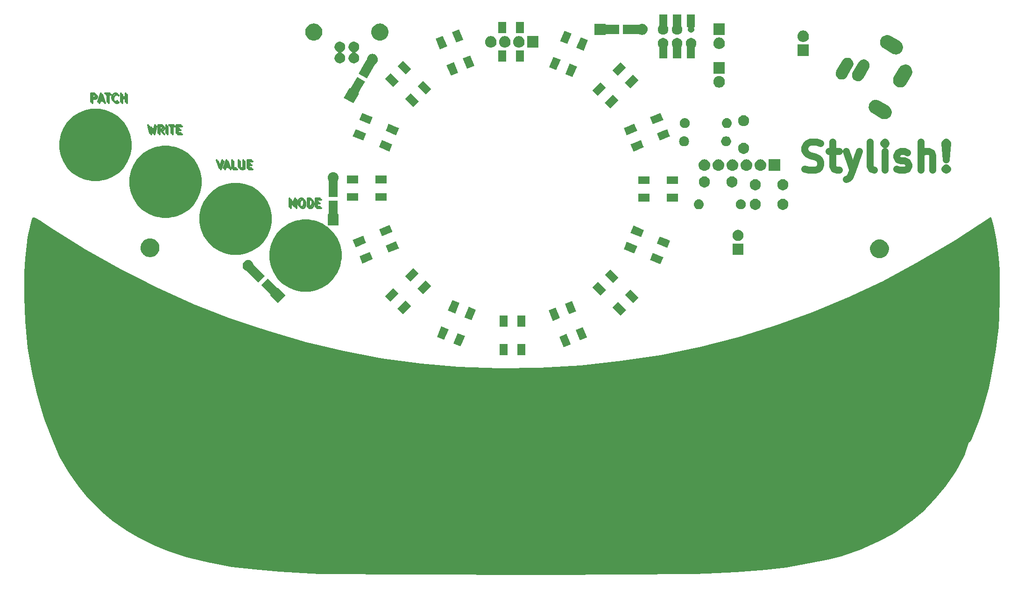
<source format=gbr>
G04 #@! TF.GenerationSoftware,KiCad,Pcbnew,(6.0.0-rc1-dev-890-g6c34fdefd)*
G04 #@! TF.CreationDate,2018-10-17T06:06:35-07:00*
G04 #@! TF.ProjectId,Stylish-Belt-Synth - Full,5374796C6973682D42656C742D53796E,rev?*
G04 #@! TF.SameCoordinates,Original*
G04 #@! TF.FileFunction,Soldermask,Top*
G04 #@! TF.FilePolarity,Negative*
%FSLAX46Y46*%
G04 Gerber Fmt 4.6, Leading zero omitted, Abs format (unit mm)*
G04 Created by KiCad (PCBNEW (6.0.0-rc1-dev-890-g6c34fdefd)) date 10/17/2018 6:06:35 AM*
%MOMM*%
%LPD*%
G01*
G04 APERTURE LIST*
%ADD10C,1.270000*%
%ADD11C,0.300000*%
%ADD12C,0.375000*%
%ADD13C,0.150000*%
%ADD14C,0.100000*%
G04 APERTURE END LIST*
D10*
X201561095Y-82447190D02*
X202286809Y-82689095D01*
X203496333Y-82689095D01*
X203980142Y-82447190D01*
X204222047Y-82205285D01*
X204463952Y-81721476D01*
X204463952Y-81237666D01*
X204222047Y-80753857D01*
X203980142Y-80511952D01*
X203496333Y-80270047D01*
X202528714Y-80028142D01*
X202044904Y-79786238D01*
X201803000Y-79544333D01*
X201561095Y-79060523D01*
X201561095Y-78576714D01*
X201803000Y-78092904D01*
X202044904Y-77851000D01*
X202528714Y-77609095D01*
X203738238Y-77609095D01*
X204463952Y-77851000D01*
X205915380Y-79302428D02*
X207850619Y-79302428D01*
X206641095Y-77609095D02*
X206641095Y-81963380D01*
X206883000Y-82447190D01*
X207366809Y-82689095D01*
X207850619Y-82689095D01*
X209060142Y-79302428D02*
X210269666Y-82689095D01*
X211479190Y-79302428D02*
X210269666Y-82689095D01*
X209785857Y-83898619D01*
X209543952Y-84140523D01*
X209060142Y-84382428D01*
X214140142Y-82689095D02*
X213656333Y-82447190D01*
X213414428Y-81963380D01*
X213414428Y-77609095D01*
X216075380Y-82689095D02*
X216075380Y-79302428D01*
X216075380Y-77609095D02*
X215833476Y-77851000D01*
X216075380Y-78092904D01*
X216317285Y-77851000D01*
X216075380Y-77609095D01*
X216075380Y-78092904D01*
X218252523Y-82447190D02*
X218736333Y-82689095D01*
X219703952Y-82689095D01*
X220187761Y-82447190D01*
X220429666Y-81963380D01*
X220429666Y-81721476D01*
X220187761Y-81237666D01*
X219703952Y-80995761D01*
X218978238Y-80995761D01*
X218494428Y-80753857D01*
X218252523Y-80270047D01*
X218252523Y-80028142D01*
X218494428Y-79544333D01*
X218978238Y-79302428D01*
X219703952Y-79302428D01*
X220187761Y-79544333D01*
X222606809Y-82689095D02*
X222606809Y-77609095D01*
X224783952Y-82689095D02*
X224783952Y-80028142D01*
X224542047Y-79544333D01*
X224058238Y-79302428D01*
X223332523Y-79302428D01*
X222848714Y-79544333D01*
X222606809Y-79786238D01*
X227203000Y-82205285D02*
X227444904Y-82447190D01*
X227203000Y-82689095D01*
X226961095Y-82447190D01*
X227203000Y-82205285D01*
X227203000Y-82689095D01*
X227203000Y-80753857D02*
X226961095Y-77851000D01*
X227203000Y-77609095D01*
X227444904Y-77851000D01*
X227203000Y-80753857D01*
X227203000Y-77609095D01*
D11*
X108410714Y-89578571D02*
X108410714Y-88078571D01*
X108910714Y-89150000D01*
X109410714Y-88078571D01*
X109410714Y-89578571D01*
X110410714Y-88078571D02*
X110696428Y-88078571D01*
X110839285Y-88150000D01*
X110982142Y-88292857D01*
X111053571Y-88578571D01*
X111053571Y-89078571D01*
X110982142Y-89364285D01*
X110839285Y-89507142D01*
X110696428Y-89578571D01*
X110410714Y-89578571D01*
X110267857Y-89507142D01*
X110125000Y-89364285D01*
X110053571Y-89078571D01*
X110053571Y-88578571D01*
X110125000Y-88292857D01*
X110267857Y-88150000D01*
X110410714Y-88078571D01*
X111696428Y-89578571D02*
X111696428Y-88078571D01*
X112053571Y-88078571D01*
X112267857Y-88150000D01*
X112410714Y-88292857D01*
X112482142Y-88435714D01*
X112553571Y-88721428D01*
X112553571Y-88935714D01*
X112482142Y-89221428D01*
X112410714Y-89364285D01*
X112267857Y-89507142D01*
X112053571Y-89578571D01*
X111696428Y-89578571D01*
X113196428Y-88792857D02*
X113696428Y-88792857D01*
X113910714Y-89578571D02*
X113196428Y-89578571D01*
X113196428Y-88078571D01*
X113910714Y-88078571D01*
X95210714Y-81093571D02*
X95710714Y-82593571D01*
X96210714Y-81093571D01*
X96639285Y-82165000D02*
X97353571Y-82165000D01*
X96496428Y-82593571D02*
X96996428Y-81093571D01*
X97496428Y-82593571D01*
X98710714Y-82593571D02*
X97996428Y-82593571D01*
X97996428Y-81093571D01*
X99210714Y-81093571D02*
X99210714Y-82307857D01*
X99282142Y-82450714D01*
X99353571Y-82522142D01*
X99496428Y-82593571D01*
X99782142Y-82593571D01*
X99925000Y-82522142D01*
X99996428Y-82450714D01*
X100067857Y-82307857D01*
X100067857Y-81093571D01*
X100782142Y-81807857D02*
X101282142Y-81807857D01*
X101496428Y-82593571D02*
X100782142Y-82593571D01*
X100782142Y-81093571D01*
X101496428Y-81093571D01*
D12*
X108156714Y-89324571D02*
X108156714Y-87824571D01*
X108656714Y-88896000D01*
X109156714Y-87824571D01*
X109156714Y-89324571D01*
X110156714Y-87824571D02*
X110442428Y-87824571D01*
X110585285Y-87896000D01*
X110728142Y-88038857D01*
X110799571Y-88324571D01*
X110799571Y-88824571D01*
X110728142Y-89110285D01*
X110585285Y-89253142D01*
X110442428Y-89324571D01*
X110156714Y-89324571D01*
X110013857Y-89253142D01*
X109871000Y-89110285D01*
X109799571Y-88824571D01*
X109799571Y-88324571D01*
X109871000Y-88038857D01*
X110013857Y-87896000D01*
X110156714Y-87824571D01*
X111442428Y-89324571D02*
X111442428Y-87824571D01*
X111799571Y-87824571D01*
X112013857Y-87896000D01*
X112156714Y-88038857D01*
X112228142Y-88181714D01*
X112299571Y-88467428D01*
X112299571Y-88681714D01*
X112228142Y-88967428D01*
X112156714Y-89110285D01*
X112013857Y-89253142D01*
X111799571Y-89324571D01*
X111442428Y-89324571D01*
X112942428Y-88538857D02*
X113442428Y-88538857D01*
X113656714Y-89324571D02*
X112942428Y-89324571D01*
X112942428Y-87824571D01*
X113656714Y-87824571D01*
X82471000Y-74489571D02*
X82828142Y-75989571D01*
X83113857Y-74918142D01*
X83399571Y-75989571D01*
X83756714Y-74489571D01*
X85185285Y-75989571D02*
X84685285Y-75275285D01*
X84328142Y-75989571D02*
X84328142Y-74489571D01*
X84899571Y-74489571D01*
X85042428Y-74561000D01*
X85113857Y-74632428D01*
X85185285Y-74775285D01*
X85185285Y-74989571D01*
X85113857Y-75132428D01*
X85042428Y-75203857D01*
X84899571Y-75275285D01*
X84328142Y-75275285D01*
X85828142Y-75989571D02*
X85828142Y-74489571D01*
X86328142Y-74489571D02*
X87185285Y-74489571D01*
X86756714Y-75989571D02*
X86756714Y-74489571D01*
X87685285Y-75203857D02*
X88185285Y-75203857D01*
X88399571Y-75989571D02*
X87685285Y-75989571D01*
X87685285Y-74489571D01*
X88399571Y-74489571D01*
X94956714Y-80839571D02*
X95456714Y-82339571D01*
X95956714Y-80839571D01*
X96385285Y-81911000D02*
X97099571Y-81911000D01*
X96242428Y-82339571D02*
X96742428Y-80839571D01*
X97242428Y-82339571D01*
X98456714Y-82339571D02*
X97742428Y-82339571D01*
X97742428Y-80839571D01*
X98956714Y-80839571D02*
X98956714Y-82053857D01*
X99028142Y-82196714D01*
X99099571Y-82268142D01*
X99242428Y-82339571D01*
X99528142Y-82339571D01*
X99671000Y-82268142D01*
X99742428Y-82196714D01*
X99813857Y-82053857D01*
X99813857Y-80839571D01*
X100528142Y-81553857D02*
X101028142Y-81553857D01*
X101242428Y-82339571D02*
X100528142Y-82339571D01*
X100528142Y-80839571D01*
X101242428Y-80839571D01*
D11*
X72422142Y-70528571D02*
X72422142Y-69028571D01*
X72993571Y-69028571D01*
X73136428Y-69100000D01*
X73207857Y-69171428D01*
X73279285Y-69314285D01*
X73279285Y-69528571D01*
X73207857Y-69671428D01*
X73136428Y-69742857D01*
X72993571Y-69814285D01*
X72422142Y-69814285D01*
X73850714Y-70100000D02*
X74565000Y-70100000D01*
X73707857Y-70528571D02*
X74207857Y-69028571D01*
X74707857Y-70528571D01*
X74993571Y-69028571D02*
X75850714Y-69028571D01*
X75422142Y-70528571D02*
X75422142Y-69028571D01*
X77207857Y-70385714D02*
X77136428Y-70457142D01*
X76922142Y-70528571D01*
X76779285Y-70528571D01*
X76565000Y-70457142D01*
X76422142Y-70314285D01*
X76350714Y-70171428D01*
X76279285Y-69885714D01*
X76279285Y-69671428D01*
X76350714Y-69385714D01*
X76422142Y-69242857D01*
X76565000Y-69100000D01*
X76779285Y-69028571D01*
X76922142Y-69028571D01*
X77136428Y-69100000D01*
X77207857Y-69171428D01*
X77850714Y-70528571D02*
X77850714Y-69028571D01*
X77850714Y-69742857D02*
X78707857Y-69742857D01*
X78707857Y-70528571D02*
X78707857Y-69028571D01*
D12*
X72168142Y-70274571D02*
X72168142Y-68774571D01*
X72739571Y-68774571D01*
X72882428Y-68846000D01*
X72953857Y-68917428D01*
X73025285Y-69060285D01*
X73025285Y-69274571D01*
X72953857Y-69417428D01*
X72882428Y-69488857D01*
X72739571Y-69560285D01*
X72168142Y-69560285D01*
X73596714Y-69846000D02*
X74311000Y-69846000D01*
X73453857Y-70274571D02*
X73953857Y-68774571D01*
X74453857Y-70274571D01*
X74739571Y-68774571D02*
X75596714Y-68774571D01*
X75168142Y-70274571D02*
X75168142Y-68774571D01*
X76953857Y-70131714D02*
X76882428Y-70203142D01*
X76668142Y-70274571D01*
X76525285Y-70274571D01*
X76311000Y-70203142D01*
X76168142Y-70060285D01*
X76096714Y-69917428D01*
X76025285Y-69631714D01*
X76025285Y-69417428D01*
X76096714Y-69131714D01*
X76168142Y-68988857D01*
X76311000Y-68846000D01*
X76525285Y-68774571D01*
X76668142Y-68774571D01*
X76882428Y-68846000D01*
X76953857Y-68917428D01*
X77596714Y-70274571D02*
X77596714Y-68774571D01*
X77596714Y-69488857D02*
X78453857Y-69488857D01*
X78453857Y-70274571D02*
X78453857Y-68774571D01*
D11*
X82725000Y-74743571D02*
X83082142Y-76243571D01*
X83367857Y-75172142D01*
X83653571Y-76243571D01*
X84010714Y-74743571D01*
X85439285Y-76243571D02*
X84939285Y-75529285D01*
X84582142Y-76243571D02*
X84582142Y-74743571D01*
X85153571Y-74743571D01*
X85296428Y-74815000D01*
X85367857Y-74886428D01*
X85439285Y-75029285D01*
X85439285Y-75243571D01*
X85367857Y-75386428D01*
X85296428Y-75457857D01*
X85153571Y-75529285D01*
X84582142Y-75529285D01*
X86082142Y-76243571D02*
X86082142Y-74743571D01*
X86582142Y-74743571D02*
X87439285Y-74743571D01*
X87010714Y-76243571D02*
X87010714Y-74743571D01*
X87939285Y-75457857D02*
X88439285Y-75457857D01*
X88653571Y-76243571D02*
X87939285Y-76243571D01*
X87939285Y-74743571D01*
X88653571Y-74743571D01*
D13*
G04 #@! TO.C,KB1*
G36*
X64753000Y-93128000D02*
X71103000Y-97118000D01*
X77453000Y-100708000D01*
X84113000Y-104088000D01*
X90793000Y-107088000D01*
X97353000Y-109658000D01*
X104053000Y-111908000D01*
X111103000Y-113958000D01*
X118013000Y-115608000D01*
X124913000Y-116908000D01*
X132053000Y-117838000D01*
X138783000Y-118458000D01*
X146073000Y-118748000D01*
X153443000Y-118678000D01*
X160963000Y-118228000D01*
X168353000Y-117398000D01*
X175463000Y-116318000D01*
X182793000Y-114818000D01*
X189673000Y-113028000D01*
X196393000Y-110968000D01*
X203003000Y-108568000D01*
X209683000Y-105768000D01*
X215883000Y-102888000D01*
X222023000Y-99548000D01*
X228733000Y-95578000D01*
X235313000Y-91308000D01*
X235513000Y-91868000D01*
X235783000Y-92828000D01*
X236193000Y-94878000D01*
X236483000Y-97098000D01*
X236743000Y-99598000D01*
X236813000Y-100948000D01*
X236833000Y-103348000D01*
X236823000Y-106178000D01*
X236763000Y-109158000D01*
X236643000Y-111178000D01*
X236423000Y-113168000D01*
X236163000Y-115188000D01*
X235793000Y-117648000D01*
X235353000Y-120028000D01*
X234873000Y-122188000D01*
X234433000Y-123968000D01*
X233753000Y-126328000D01*
X233233000Y-127868000D01*
X232653000Y-129368000D01*
X232133000Y-130668000D01*
X231733000Y-131528000D01*
X231553000Y-131898000D01*
X231303000Y-132038000D01*
X230503000Y-134428000D01*
X229953000Y-135528000D01*
X228993000Y-137298000D01*
X227033000Y-140098000D01*
X225293000Y-142168000D01*
X223013000Y-144538000D01*
X221133000Y-146158000D01*
X217883000Y-148408000D01*
X215323000Y-149788000D01*
X211633000Y-151508000D01*
X208223000Y-152718000D01*
X205873000Y-153238000D01*
X202303000Y-153978000D01*
X198233000Y-154668000D01*
X194493000Y-155098000D01*
X188983000Y-155518000D01*
X183813000Y-155828000D01*
X181413000Y-155928000D01*
X155253000Y-156068000D01*
X129043000Y-155978000D01*
X123833000Y-155968000D01*
X120123000Y-155928000D01*
X117253000Y-155928000D01*
X113713000Y-155858000D01*
X112043000Y-155828000D01*
X106473000Y-155468000D01*
X102683000Y-155168000D01*
X97783000Y-154588000D01*
X93393000Y-153808000D01*
X89523000Y-152878000D01*
X85993000Y-151648000D01*
X83523000Y-150648000D01*
X81003000Y-149388000D01*
X78763000Y-148098000D01*
X76033000Y-146238000D01*
X74343000Y-144798000D01*
X71413000Y-141798000D01*
X70083000Y-140158000D01*
X68173000Y-137508000D01*
X66463000Y-134628000D01*
X65243000Y-131578000D01*
X63723000Y-127728000D01*
X62433000Y-123288000D01*
X61633000Y-119698000D01*
X60783000Y-114928000D01*
X60303000Y-110118000D01*
X60163000Y-105798000D01*
X60163000Y-101288000D01*
X60303000Y-98728000D01*
X60773000Y-94868000D01*
X61393000Y-91988000D01*
X61613000Y-91418000D01*
X61923000Y-91348000D01*
X62893000Y-91898000D01*
X64753000Y-93128000D01*
G37*
X64753000Y-93128000D02*
X71103000Y-97118000D01*
X77453000Y-100708000D01*
X84113000Y-104088000D01*
X90793000Y-107088000D01*
X97353000Y-109658000D01*
X104053000Y-111908000D01*
X111103000Y-113958000D01*
X118013000Y-115608000D01*
X124913000Y-116908000D01*
X132053000Y-117838000D01*
X138783000Y-118458000D01*
X146073000Y-118748000D01*
X153443000Y-118678000D01*
X160963000Y-118228000D01*
X168353000Y-117398000D01*
X175463000Y-116318000D01*
X182793000Y-114818000D01*
X189673000Y-113028000D01*
X196393000Y-110968000D01*
X203003000Y-108568000D01*
X209683000Y-105768000D01*
X215883000Y-102888000D01*
X222023000Y-99548000D01*
X228733000Y-95578000D01*
X235313000Y-91308000D01*
X235513000Y-91868000D01*
X235783000Y-92828000D01*
X236193000Y-94878000D01*
X236483000Y-97098000D01*
X236743000Y-99598000D01*
X236813000Y-100948000D01*
X236833000Y-103348000D01*
X236823000Y-106178000D01*
X236763000Y-109158000D01*
X236643000Y-111178000D01*
X236423000Y-113168000D01*
X236163000Y-115188000D01*
X235793000Y-117648000D01*
X235353000Y-120028000D01*
X234873000Y-122188000D01*
X234433000Y-123968000D01*
X233753000Y-126328000D01*
X233233000Y-127868000D01*
X232653000Y-129368000D01*
X232133000Y-130668000D01*
X231733000Y-131528000D01*
X231553000Y-131898000D01*
X231303000Y-132038000D01*
X230503000Y-134428000D01*
X229953000Y-135528000D01*
X228993000Y-137298000D01*
X227033000Y-140098000D01*
X225293000Y-142168000D01*
X223013000Y-144538000D01*
X221133000Y-146158000D01*
X217883000Y-148408000D01*
X215323000Y-149788000D01*
X211633000Y-151508000D01*
X208223000Y-152718000D01*
X205873000Y-153238000D01*
X202303000Y-153978000D01*
X198233000Y-154668000D01*
X194493000Y-155098000D01*
X188983000Y-155518000D01*
X183813000Y-155828000D01*
X181413000Y-155928000D01*
X155253000Y-156068000D01*
X129043000Y-155978000D01*
X123833000Y-155968000D01*
X120123000Y-155928000D01*
X117253000Y-155928000D01*
X113713000Y-155858000D01*
X112043000Y-155828000D01*
X106473000Y-155468000D01*
X102683000Y-155168000D01*
X97783000Y-154588000D01*
X93393000Y-153808000D01*
X89523000Y-152878000D01*
X85993000Y-151648000D01*
X83523000Y-150648000D01*
X81003000Y-149388000D01*
X78763000Y-148098000D01*
X76033000Y-146238000D01*
X74343000Y-144798000D01*
X71413000Y-141798000D01*
X70083000Y-140158000D01*
X68173000Y-137508000D01*
X66463000Y-134628000D01*
X65243000Y-131578000D01*
X63723000Y-127728000D01*
X62433000Y-123288000D01*
X61633000Y-119698000D01*
X60783000Y-114928000D01*
X60303000Y-110118000D01*
X60163000Y-105798000D01*
X60163000Y-101288000D01*
X60303000Y-98728000D01*
X60773000Y-94868000D01*
X61393000Y-91988000D01*
X61613000Y-91418000D01*
X61923000Y-91348000D01*
X62893000Y-91898000D01*
X64753000Y-93128000D01*
D14*
G36*
X146330603Y-118835968D02*
X146370266Y-118852397D01*
X146505678Y-118908486D01*
X146529378Y-118924322D01*
X146663241Y-119013767D01*
X146797233Y-119147759D01*
X146832592Y-119200678D01*
X146902514Y-119305322D01*
X146948371Y-119416031D01*
X146975032Y-119480397D01*
X147012000Y-119666250D01*
X147012000Y-119855750D01*
X146975032Y-120041603D01*
X146975031Y-120041605D01*
X146902514Y-120216678D01*
X146882092Y-120247241D01*
X146797233Y-120374241D01*
X146663241Y-120508233D01*
X146587217Y-120559031D01*
X146505678Y-120613514D01*
X146370266Y-120669603D01*
X146330603Y-120686032D01*
X146144750Y-120723000D01*
X145955250Y-120723000D01*
X145769397Y-120686032D01*
X145729734Y-120669603D01*
X145594322Y-120613514D01*
X145512783Y-120559031D01*
X145436759Y-120508233D01*
X145302767Y-120374241D01*
X145217908Y-120247241D01*
X145197486Y-120216678D01*
X145124969Y-120041605D01*
X145124968Y-120041603D01*
X145088000Y-119855750D01*
X145088000Y-119666250D01*
X145124968Y-119480397D01*
X145151629Y-119416031D01*
X145197486Y-119305322D01*
X145267408Y-119200678D01*
X145302767Y-119147759D01*
X145436759Y-119013767D01*
X145570622Y-118924322D01*
X145594322Y-118908486D01*
X145729734Y-118852397D01*
X145769397Y-118835968D01*
X145955250Y-118799000D01*
X146144750Y-118799000D01*
X146330603Y-118835968D01*
X146330603Y-118835968D01*
G37*
G36*
X153696603Y-118708968D02*
X153696606Y-118708969D01*
X153696605Y-118708969D01*
X153871678Y-118781486D01*
X153895378Y-118797322D01*
X154029241Y-118886767D01*
X154163233Y-119020759D01*
X154166471Y-119025605D01*
X154268514Y-119178322D01*
X154293330Y-119238234D01*
X154341032Y-119353397D01*
X154378000Y-119539250D01*
X154378000Y-119728750D01*
X154341032Y-119914603D01*
X154341031Y-119914605D01*
X154268514Y-120089678D01*
X154216232Y-120167923D01*
X154163233Y-120247241D01*
X154029241Y-120381233D01*
X153949923Y-120434232D01*
X153871678Y-120486514D01*
X153736266Y-120542603D01*
X153696603Y-120559032D01*
X153510750Y-120596000D01*
X153321250Y-120596000D01*
X153135397Y-120559032D01*
X153095734Y-120542603D01*
X152960322Y-120486514D01*
X152882077Y-120434232D01*
X152802759Y-120381233D01*
X152668767Y-120247241D01*
X152615768Y-120167923D01*
X152563486Y-120089678D01*
X152490969Y-119914605D01*
X152490968Y-119914603D01*
X152454000Y-119728750D01*
X152454000Y-119539250D01*
X152490968Y-119353397D01*
X152538670Y-119238234D01*
X152563486Y-119178322D01*
X152665529Y-119025605D01*
X152668767Y-119020759D01*
X152802759Y-118886767D01*
X152936622Y-118797322D01*
X152960322Y-118781486D01*
X153135395Y-118708969D01*
X153135394Y-118708969D01*
X153135397Y-118708968D01*
X153321250Y-118672000D01*
X153510750Y-118672000D01*
X153696603Y-118708968D01*
X153696603Y-118708968D01*
G37*
G36*
X138964603Y-118454968D02*
X138999056Y-118469239D01*
X139139678Y-118527486D01*
X139139679Y-118527487D01*
X139297241Y-118632767D01*
X139431233Y-118766759D01*
X139452776Y-118799000D01*
X139536514Y-118924322D01*
X139578466Y-119025605D01*
X139609032Y-119099397D01*
X139646000Y-119285250D01*
X139646000Y-119474750D01*
X139609032Y-119660603D01*
X139605127Y-119670031D01*
X139536514Y-119835678D01*
X139516092Y-119866241D01*
X139431233Y-119993241D01*
X139297241Y-120127233D01*
X139221217Y-120178031D01*
X139139678Y-120232514D01*
X139004266Y-120288603D01*
X138964603Y-120305032D01*
X138778750Y-120342000D01*
X138589250Y-120342000D01*
X138403397Y-120305032D01*
X138363734Y-120288603D01*
X138228322Y-120232514D01*
X138146783Y-120178031D01*
X138070759Y-120127233D01*
X137936767Y-119993241D01*
X137851908Y-119866241D01*
X137831486Y-119835678D01*
X137762873Y-119670031D01*
X137758968Y-119660603D01*
X137722000Y-119474750D01*
X137722000Y-119285250D01*
X137758968Y-119099397D01*
X137789534Y-119025605D01*
X137831486Y-118924322D01*
X137915224Y-118799000D01*
X137936767Y-118766759D01*
X138070759Y-118632767D01*
X138228321Y-118527487D01*
X138228322Y-118527486D01*
X138368944Y-118469239D01*
X138403397Y-118454968D01*
X138589250Y-118418000D01*
X138778750Y-118418000D01*
X138964603Y-118454968D01*
X138964603Y-118454968D01*
G37*
G36*
X161189603Y-118327968D02*
X161189606Y-118327969D01*
X161189605Y-118327969D01*
X161364678Y-118400486D01*
X161364679Y-118400487D01*
X161522241Y-118505767D01*
X161656233Y-118639759D01*
X161677776Y-118672000D01*
X161761514Y-118797322D01*
X161798563Y-118886767D01*
X161834032Y-118972397D01*
X161871000Y-119158250D01*
X161871000Y-119347750D01*
X161834032Y-119533603D01*
X161817603Y-119573266D01*
X161761514Y-119708678D01*
X161761513Y-119708679D01*
X161656233Y-119866241D01*
X161522241Y-120000233D01*
X161460327Y-120041603D01*
X161364678Y-120105514D01*
X161229266Y-120161603D01*
X161189603Y-120178032D01*
X161003750Y-120215000D01*
X160814250Y-120215000D01*
X160628397Y-120178032D01*
X160588734Y-120161603D01*
X160453322Y-120105514D01*
X160357673Y-120041603D01*
X160295759Y-120000233D01*
X160161767Y-119866241D01*
X160056487Y-119708679D01*
X160056486Y-119708678D01*
X160000397Y-119573266D01*
X159983968Y-119533603D01*
X159947000Y-119347750D01*
X159947000Y-119158250D01*
X159983968Y-118972397D01*
X160019437Y-118886767D01*
X160056486Y-118797322D01*
X160140224Y-118672000D01*
X160161767Y-118639759D01*
X160295759Y-118505767D01*
X160453321Y-118400487D01*
X160453322Y-118400486D01*
X160628395Y-118327969D01*
X160628394Y-118327969D01*
X160628397Y-118327968D01*
X160814250Y-118291000D01*
X161003750Y-118291000D01*
X161189603Y-118327968D01*
X161189603Y-118327968D01*
G37*
G36*
X132233603Y-117819968D02*
X132233606Y-117819969D01*
X132233605Y-117819969D01*
X132408678Y-117892486D01*
X132408679Y-117892487D01*
X132566241Y-117997767D01*
X132700233Y-118131759D01*
X132703471Y-118136605D01*
X132805514Y-118289322D01*
X132821522Y-118327969D01*
X132878032Y-118464397D01*
X132915000Y-118650250D01*
X132915000Y-118839750D01*
X132878032Y-119025603D01*
X132878031Y-119025605D01*
X132805514Y-119200678D01*
X132753232Y-119278923D01*
X132700233Y-119358241D01*
X132566241Y-119492233D01*
X132504327Y-119533603D01*
X132408678Y-119597514D01*
X132273266Y-119653603D01*
X132233603Y-119670032D01*
X132047750Y-119707000D01*
X131858250Y-119707000D01*
X131672397Y-119670032D01*
X131632734Y-119653603D01*
X131497322Y-119597514D01*
X131401673Y-119533603D01*
X131339759Y-119492233D01*
X131205767Y-119358241D01*
X131152768Y-119278923D01*
X131100486Y-119200678D01*
X131027969Y-119025605D01*
X131027968Y-119025603D01*
X130991000Y-118839750D01*
X130991000Y-118650250D01*
X131027968Y-118464397D01*
X131084478Y-118327969D01*
X131100486Y-118289322D01*
X131202529Y-118136605D01*
X131205767Y-118131759D01*
X131339759Y-117997767D01*
X131497321Y-117892487D01*
X131497322Y-117892486D01*
X131672395Y-117819969D01*
X131672394Y-117819969D01*
X131672397Y-117819968D01*
X131858250Y-117783000D01*
X132047750Y-117783000D01*
X132233603Y-117819968D01*
X132233603Y-117819968D01*
G37*
G36*
X168682603Y-117565968D02*
X168722266Y-117582397D01*
X168857678Y-117638486D01*
X168857679Y-117638487D01*
X169015241Y-117743767D01*
X169149233Y-117877759D01*
X169149234Y-117877761D01*
X169254514Y-118035322D01*
X169296466Y-118136605D01*
X169327032Y-118210397D01*
X169364000Y-118396250D01*
X169364000Y-118585750D01*
X169327032Y-118771603D01*
X169327031Y-118771605D01*
X169254514Y-118946678D01*
X169254513Y-118946679D01*
X169149233Y-119104241D01*
X169015241Y-119238233D01*
X168944875Y-119285250D01*
X168857678Y-119343514D01*
X168722266Y-119399603D01*
X168682603Y-119416032D01*
X168496750Y-119453000D01*
X168307250Y-119453000D01*
X168121397Y-119416032D01*
X168081734Y-119399603D01*
X167946322Y-119343514D01*
X167859125Y-119285250D01*
X167788759Y-119238233D01*
X167654767Y-119104241D01*
X167549487Y-118946679D01*
X167549486Y-118946678D01*
X167476969Y-118771605D01*
X167476968Y-118771603D01*
X167440000Y-118585750D01*
X167440000Y-118396250D01*
X167476968Y-118210397D01*
X167507534Y-118136605D01*
X167549486Y-118035322D01*
X167654766Y-117877761D01*
X167654767Y-117877759D01*
X167788759Y-117743767D01*
X167946321Y-117638487D01*
X167946322Y-117638486D01*
X168081734Y-117582397D01*
X168121397Y-117565968D01*
X168307250Y-117529000D01*
X168496750Y-117529000D01*
X168682603Y-117565968D01*
X168682603Y-117565968D01*
G37*
G36*
X124994603Y-116930968D02*
X124994606Y-116930969D01*
X124994605Y-116930969D01*
X125169678Y-117003486D01*
X125169679Y-117003487D01*
X125327241Y-117108767D01*
X125461233Y-117242759D01*
X125507173Y-117311513D01*
X125566514Y-117400322D01*
X125584088Y-117442750D01*
X125639032Y-117575397D01*
X125676000Y-117761250D01*
X125676000Y-117950750D01*
X125639032Y-118136603D01*
X125639031Y-118136605D01*
X125566514Y-118311678D01*
X125514232Y-118389923D01*
X125461233Y-118469241D01*
X125327241Y-118603233D01*
X125283042Y-118632766D01*
X125169678Y-118708514D01*
X125034266Y-118764603D01*
X124994603Y-118781032D01*
X124808750Y-118818000D01*
X124619250Y-118818000D01*
X124433397Y-118781032D01*
X124393734Y-118764603D01*
X124258322Y-118708514D01*
X124144958Y-118632766D01*
X124100759Y-118603233D01*
X123966767Y-118469241D01*
X123913768Y-118389923D01*
X123861486Y-118311678D01*
X123788969Y-118136605D01*
X123788968Y-118136603D01*
X123752000Y-117950750D01*
X123752000Y-117761250D01*
X123788968Y-117575397D01*
X123843912Y-117442750D01*
X123861486Y-117400322D01*
X123920827Y-117311513D01*
X123966767Y-117242759D01*
X124100759Y-117108767D01*
X124258321Y-117003487D01*
X124258322Y-117003486D01*
X124433395Y-116930969D01*
X124433394Y-116930969D01*
X124433397Y-116930968D01*
X124619250Y-116894000D01*
X124808750Y-116894000D01*
X124994603Y-116930968D01*
X124994603Y-116930968D01*
G37*
G36*
X175794603Y-116422968D02*
X175794606Y-116422969D01*
X175794605Y-116422969D01*
X175969678Y-116495486D01*
X175969679Y-116495487D01*
X176127241Y-116600767D01*
X176261233Y-116734759D01*
X176264471Y-116739605D01*
X176366514Y-116892322D01*
X176382522Y-116930969D01*
X176439032Y-117067397D01*
X176476000Y-117253250D01*
X176476000Y-117442750D01*
X176439032Y-117628603D01*
X176439031Y-117628605D01*
X176366514Y-117803678D01*
X176317014Y-117877759D01*
X176261233Y-117961241D01*
X176127241Y-118095233D01*
X176072576Y-118131759D01*
X175969678Y-118200514D01*
X175834266Y-118256603D01*
X175794603Y-118273032D01*
X175608750Y-118310000D01*
X175419250Y-118310000D01*
X175233397Y-118273032D01*
X175193734Y-118256603D01*
X175058322Y-118200514D01*
X174955424Y-118131759D01*
X174900759Y-118095233D01*
X174766767Y-117961241D01*
X174710986Y-117877759D01*
X174661486Y-117803678D01*
X174588969Y-117628605D01*
X174588968Y-117628603D01*
X174552000Y-117442750D01*
X174552000Y-117253250D01*
X174588968Y-117067397D01*
X174645478Y-116930969D01*
X174661486Y-116892322D01*
X174763529Y-116739605D01*
X174766767Y-116734759D01*
X174900759Y-116600767D01*
X175058321Y-116495487D01*
X175058322Y-116495486D01*
X175233395Y-116422969D01*
X175233394Y-116422969D01*
X175233397Y-116422968D01*
X175419250Y-116386000D01*
X175608750Y-116386000D01*
X175794603Y-116422968D01*
X175794603Y-116422968D01*
G37*
G36*
X118136603Y-115533968D02*
X118171056Y-115548239D01*
X118311678Y-115606486D01*
X118311679Y-115606487D01*
X118469241Y-115711767D01*
X118603233Y-115845759D01*
X118603234Y-115845761D01*
X118708514Y-116003322D01*
X118750466Y-116104605D01*
X118781032Y-116178397D01*
X118818000Y-116364250D01*
X118818000Y-116553750D01*
X118781032Y-116739603D01*
X118781031Y-116739605D01*
X118708514Y-116914678D01*
X118656232Y-116992923D01*
X118603233Y-117072241D01*
X118469241Y-117206233D01*
X118414576Y-117242759D01*
X118311678Y-117311514D01*
X118176266Y-117367603D01*
X118136603Y-117384032D01*
X117950750Y-117421000D01*
X117761250Y-117421000D01*
X117575397Y-117384032D01*
X117535734Y-117367603D01*
X117400322Y-117311514D01*
X117297424Y-117242759D01*
X117242759Y-117206233D01*
X117108767Y-117072241D01*
X117055768Y-116992923D01*
X117003486Y-116914678D01*
X116930969Y-116739605D01*
X116930968Y-116739603D01*
X116894000Y-116553750D01*
X116894000Y-116364250D01*
X116930968Y-116178397D01*
X116961534Y-116104605D01*
X117003486Y-116003322D01*
X117108766Y-115845761D01*
X117108767Y-115845759D01*
X117242759Y-115711767D01*
X117400321Y-115606487D01*
X117400322Y-115606486D01*
X117540944Y-115548239D01*
X117575397Y-115533968D01*
X117761250Y-115497000D01*
X117950750Y-115497000D01*
X118136603Y-115533968D01*
X118136603Y-115533968D01*
G37*
G36*
X183160603Y-114898968D02*
X183160606Y-114898969D01*
X183160605Y-114898969D01*
X183335678Y-114971486D01*
X183335679Y-114971487D01*
X183493241Y-115076767D01*
X183627233Y-115210759D01*
X183630471Y-115215605D01*
X183732514Y-115368322D01*
X183741774Y-115390678D01*
X183805032Y-115543397D01*
X183842000Y-115729250D01*
X183842000Y-115918750D01*
X183805032Y-116104603D01*
X183805031Y-116104605D01*
X183732514Y-116279678D01*
X183732513Y-116279679D01*
X183627233Y-116437241D01*
X183493241Y-116571233D01*
X183449042Y-116600766D01*
X183335678Y-116676514D01*
X183200266Y-116732603D01*
X183160603Y-116749032D01*
X182974750Y-116786000D01*
X182785250Y-116786000D01*
X182599397Y-116749032D01*
X182559734Y-116732603D01*
X182424322Y-116676514D01*
X182310958Y-116600766D01*
X182266759Y-116571233D01*
X182132767Y-116437241D01*
X182027487Y-116279679D01*
X182027486Y-116279678D01*
X181954969Y-116104605D01*
X181954968Y-116104603D01*
X181918000Y-115918750D01*
X181918000Y-115729250D01*
X181954968Y-115543397D01*
X182018226Y-115390678D01*
X182027486Y-115368322D01*
X182129529Y-115215605D01*
X182132767Y-115210759D01*
X182266759Y-115076767D01*
X182424321Y-114971487D01*
X182424322Y-114971486D01*
X182599395Y-114898969D01*
X182599394Y-114898969D01*
X182599397Y-114898968D01*
X182785250Y-114862000D01*
X182974750Y-114862000D01*
X183160603Y-114898968D01*
X183160603Y-114898968D01*
G37*
G36*
X150890000Y-116251500D02*
X149490000Y-116251500D01*
X149490000Y-114200500D01*
X150890000Y-114200500D01*
X150890000Y-116251500D01*
X150890000Y-116251500D01*
G37*
G36*
X147690000Y-116251500D02*
X146290000Y-116251500D01*
X146290000Y-114200500D01*
X147690000Y-114200500D01*
X147690000Y-116251500D01*
X147690000Y-116251500D01*
G37*
G36*
X111151603Y-114009968D02*
X111151606Y-114009969D01*
X111151605Y-114009969D01*
X111326678Y-114082486D01*
X111326679Y-114082487D01*
X111484241Y-114187767D01*
X111618233Y-114321759D01*
X111621471Y-114326605D01*
X111723514Y-114479322D01*
X111732774Y-114501678D01*
X111796032Y-114654397D01*
X111833000Y-114840250D01*
X111833000Y-115029750D01*
X111796032Y-115215603D01*
X111796031Y-115215605D01*
X111723514Y-115390678D01*
X111723513Y-115390679D01*
X111618233Y-115548241D01*
X111484241Y-115682233D01*
X111440042Y-115711766D01*
X111326678Y-115787514D01*
X111191266Y-115843603D01*
X111151603Y-115860032D01*
X110965750Y-115897000D01*
X110776250Y-115897000D01*
X110590397Y-115860032D01*
X110550734Y-115843603D01*
X110415322Y-115787514D01*
X110301958Y-115711766D01*
X110257759Y-115682233D01*
X110123767Y-115548241D01*
X110018487Y-115390679D01*
X110018486Y-115390678D01*
X109945969Y-115215605D01*
X109945968Y-115215603D01*
X109909000Y-115029750D01*
X109909000Y-114840250D01*
X109945968Y-114654397D01*
X110009226Y-114501678D01*
X110018486Y-114479322D01*
X110120529Y-114326605D01*
X110123767Y-114321759D01*
X110257759Y-114187767D01*
X110415321Y-114082487D01*
X110415322Y-114082486D01*
X110590395Y-114009969D01*
X110590394Y-114009969D01*
X110590397Y-114009968D01*
X110776250Y-113973000D01*
X110965750Y-113973000D01*
X111151603Y-114009968D01*
X111151603Y-114009968D01*
G37*
G36*
X190018603Y-113120968D02*
X190018606Y-113120969D01*
X190018605Y-113120969D01*
X190193678Y-113193486D01*
X190193679Y-113193487D01*
X190351241Y-113298767D01*
X190485233Y-113432759D01*
X190538232Y-113512077D01*
X190590514Y-113590322D01*
X190615330Y-113650234D01*
X190663032Y-113765397D01*
X190700000Y-113951250D01*
X190700000Y-114140750D01*
X190663032Y-114326603D01*
X190663031Y-114326605D01*
X190590514Y-114501678D01*
X190590513Y-114501679D01*
X190485233Y-114659241D01*
X190351241Y-114793233D01*
X190303028Y-114825448D01*
X190193678Y-114898514D01*
X190058266Y-114954603D01*
X190018603Y-114971032D01*
X189832750Y-115008000D01*
X189643250Y-115008000D01*
X189457397Y-114971032D01*
X189417734Y-114954603D01*
X189282322Y-114898514D01*
X189172972Y-114825448D01*
X189124759Y-114793233D01*
X188990767Y-114659241D01*
X188885487Y-114501679D01*
X188885486Y-114501678D01*
X188812969Y-114326605D01*
X188812968Y-114326603D01*
X188776000Y-114140750D01*
X188776000Y-113951250D01*
X188812968Y-113765397D01*
X188860670Y-113650234D01*
X188885486Y-113590322D01*
X188937768Y-113512077D01*
X188990767Y-113432759D01*
X189124759Y-113298767D01*
X189282321Y-113193487D01*
X189282322Y-113193486D01*
X189457395Y-113120969D01*
X189457394Y-113120969D01*
X189457397Y-113120968D01*
X189643250Y-113084000D01*
X189832750Y-113084000D01*
X190018603Y-113120968D01*
X190018603Y-113120968D01*
G37*
G36*
X159133182Y-114200500D02*
X159170126Y-114289692D01*
X157876694Y-114825448D01*
X157091810Y-112930571D01*
X157091810Y-112930570D01*
X158385242Y-112394814D01*
X159133182Y-114200500D01*
X159133182Y-114200500D01*
G37*
G36*
X139961190Y-112803570D02*
X139961190Y-112803571D01*
X139407312Y-114140750D01*
X139176306Y-114698448D01*
X137882874Y-114162692D01*
X137891963Y-114140750D01*
X138667758Y-112267814D01*
X139961190Y-112803570D01*
X139961190Y-112803570D01*
G37*
G36*
X104039603Y-111977968D02*
X104039606Y-111977969D01*
X104039605Y-111977969D01*
X104214678Y-112050486D01*
X104214679Y-112050487D01*
X104372241Y-112155767D01*
X104506233Y-112289759D01*
X104509471Y-112294605D01*
X104611514Y-112447322D01*
X104620774Y-112469678D01*
X104684032Y-112622397D01*
X104721000Y-112808250D01*
X104721000Y-112997750D01*
X104684032Y-113183603D01*
X104684031Y-113183605D01*
X104611514Y-113358678D01*
X104611513Y-113358679D01*
X104506233Y-113516241D01*
X104372241Y-113650233D01*
X104292923Y-113703232D01*
X104214678Y-113755514D01*
X104079266Y-113811603D01*
X104039603Y-113828032D01*
X103853750Y-113865000D01*
X103664250Y-113865000D01*
X103478397Y-113828032D01*
X103438734Y-113811603D01*
X103303322Y-113755514D01*
X103225077Y-113703232D01*
X103145759Y-113650233D01*
X103011767Y-113516241D01*
X102906487Y-113358679D01*
X102906486Y-113358678D01*
X102833969Y-113183605D01*
X102833968Y-113183603D01*
X102797000Y-112997750D01*
X102797000Y-112808250D01*
X102833968Y-112622397D01*
X102897226Y-112469678D01*
X102906486Y-112447322D01*
X103008529Y-112294605D01*
X103011767Y-112289759D01*
X103145759Y-112155767D01*
X103303321Y-112050487D01*
X103303322Y-112050486D01*
X103478395Y-111977969D01*
X103478394Y-111977969D01*
X103478397Y-111977968D01*
X103664250Y-111941000D01*
X103853750Y-111941000D01*
X104039603Y-111977968D01*
X104039603Y-111977968D01*
G37*
G36*
X162098641Y-112997749D02*
X162126540Y-113065105D01*
X160833108Y-113600861D01*
X160732793Y-113358679D01*
X160048224Y-111705984D01*
X160048224Y-111705983D01*
X161341656Y-111170227D01*
X162098641Y-112997749D01*
X162098641Y-112997749D01*
G37*
G36*
X137004776Y-111578983D02*
X137004776Y-111578984D01*
X136219892Y-113473861D01*
X134926460Y-112938105D01*
X134929581Y-112930571D01*
X135711344Y-111043227D01*
X137004776Y-111578983D01*
X137004776Y-111578983D01*
G37*
G36*
X196749603Y-111088968D02*
X196749606Y-111088969D01*
X196749605Y-111088969D01*
X196924678Y-111161486D01*
X196981836Y-111199678D01*
X197082241Y-111266767D01*
X197216233Y-111400759D01*
X197216234Y-111400761D01*
X197321514Y-111558322D01*
X197367371Y-111669031D01*
X197394032Y-111733397D01*
X197431000Y-111919250D01*
X197431000Y-112108750D01*
X197394032Y-112294603D01*
X197394031Y-112294605D01*
X197321514Y-112469678D01*
X197321513Y-112469679D01*
X197216233Y-112627241D01*
X197082241Y-112761233D01*
X197018879Y-112803570D01*
X196924678Y-112866514D01*
X196789266Y-112922603D01*
X196749603Y-112939032D01*
X196563750Y-112976000D01*
X196374250Y-112976000D01*
X196188397Y-112939032D01*
X196148734Y-112922603D01*
X196013322Y-112866514D01*
X195919121Y-112803570D01*
X195855759Y-112761233D01*
X195721767Y-112627241D01*
X195616487Y-112469679D01*
X195616486Y-112469678D01*
X195543969Y-112294605D01*
X195543968Y-112294603D01*
X195507000Y-112108750D01*
X195507000Y-111919250D01*
X195543968Y-111733397D01*
X195570629Y-111669031D01*
X195616486Y-111558322D01*
X195721766Y-111400761D01*
X195721767Y-111400759D01*
X195855759Y-111266767D01*
X195956164Y-111199678D01*
X196013322Y-111161486D01*
X196188395Y-111088969D01*
X196188394Y-111088969D01*
X196188397Y-111088968D01*
X196374250Y-111052000D01*
X196563750Y-111052000D01*
X196749603Y-111088968D01*
X196749603Y-111088968D01*
G37*
G36*
X97435603Y-109818968D02*
X97435606Y-109818969D01*
X97435605Y-109818969D01*
X97610678Y-109891486D01*
X97610679Y-109891487D01*
X97768241Y-109996767D01*
X97902233Y-110130759D01*
X97902234Y-110130761D01*
X98007514Y-110288322D01*
X98032330Y-110348234D01*
X98080032Y-110463397D01*
X98117000Y-110649250D01*
X98117000Y-110838750D01*
X98080032Y-111024603D01*
X98080031Y-111024605D01*
X98007514Y-111199678D01*
X98007513Y-111199679D01*
X97902233Y-111357241D01*
X97768241Y-111491233D01*
X97688923Y-111544232D01*
X97610678Y-111596514D01*
X97475266Y-111652603D01*
X97435603Y-111669032D01*
X97249750Y-111706000D01*
X97060250Y-111706000D01*
X96874397Y-111669032D01*
X96834734Y-111652603D01*
X96699322Y-111596514D01*
X96621077Y-111544232D01*
X96541759Y-111491233D01*
X96407767Y-111357241D01*
X96302487Y-111199679D01*
X96302486Y-111199678D01*
X96229969Y-111024605D01*
X96229968Y-111024603D01*
X96193000Y-110838750D01*
X96193000Y-110649250D01*
X96229968Y-110463397D01*
X96277670Y-110348234D01*
X96302486Y-110288322D01*
X96407766Y-110130761D01*
X96407767Y-110130759D01*
X96541759Y-109996767D01*
X96699321Y-109891487D01*
X96699322Y-109891486D01*
X96874395Y-109818969D01*
X96874394Y-109818969D01*
X96874397Y-109818968D01*
X97060250Y-109782000D01*
X97249750Y-109782000D01*
X97435603Y-109818968D01*
X97435603Y-109818968D01*
G37*
G36*
X150890000Y-111097500D02*
X149490000Y-111097500D01*
X149490000Y-109046500D01*
X150890000Y-109046500D01*
X150890000Y-111097500D01*
X150890000Y-111097500D01*
G37*
G36*
X147690000Y-111097500D02*
X146290000Y-111097500D01*
X146290000Y-109046500D01*
X147690000Y-109046500D01*
X147690000Y-111097500D01*
X147690000Y-111097500D01*
G37*
G36*
X203353603Y-108675968D02*
X203353606Y-108675969D01*
X203353605Y-108675969D01*
X203528678Y-108748486D01*
X203528679Y-108748487D01*
X203686241Y-108853767D01*
X203820233Y-108987759D01*
X203820234Y-108987761D01*
X203925514Y-109145322D01*
X203981603Y-109280734D01*
X203998032Y-109320397D01*
X204035000Y-109506250D01*
X204035000Y-109695750D01*
X203998032Y-109881603D01*
X203998031Y-109881605D01*
X203925514Y-110056678D01*
X203925513Y-110056679D01*
X203820233Y-110214241D01*
X203686241Y-110348233D01*
X203606923Y-110401232D01*
X203528678Y-110453514D01*
X203393266Y-110509603D01*
X203353603Y-110526032D01*
X203167750Y-110563000D01*
X202978250Y-110563000D01*
X202792397Y-110526032D01*
X202752734Y-110509603D01*
X202617322Y-110453514D01*
X202539077Y-110401232D01*
X202459759Y-110348233D01*
X202325767Y-110214241D01*
X202220487Y-110056679D01*
X202220486Y-110056678D01*
X202147969Y-109881605D01*
X202147968Y-109881603D01*
X202111000Y-109695750D01*
X202111000Y-109506250D01*
X202147968Y-109320397D01*
X202164397Y-109280734D01*
X202220486Y-109145322D01*
X202325766Y-108987761D01*
X202325767Y-108987759D01*
X202459759Y-108853767D01*
X202617321Y-108748487D01*
X202617322Y-108748486D01*
X202792395Y-108675969D01*
X202792394Y-108675969D01*
X202792397Y-108675968D01*
X202978250Y-108639000D01*
X203167750Y-108639000D01*
X203353603Y-108675968D01*
X203353603Y-108675968D01*
G37*
G36*
X157188761Y-109506251D02*
X157197776Y-109528017D01*
X155904344Y-110063773D01*
X155119460Y-108168896D01*
X155119460Y-108168895D01*
X156412892Y-107633139D01*
X157188761Y-109506251D01*
X157188761Y-109506251D01*
G37*
G36*
X141933540Y-108041895D02*
X141933540Y-108041896D01*
X141148656Y-109936773D01*
X139855224Y-109401017D01*
X139888618Y-109320397D01*
X140640108Y-107506139D01*
X141933540Y-108041895D01*
X141933540Y-108041895D01*
G37*
G36*
X169169956Y-108085748D02*
X168180006Y-109075698D01*
X166729730Y-107625422D01*
X167719680Y-106635472D01*
X169169956Y-108085748D01*
X169169956Y-108085748D01*
G37*
G36*
X90704603Y-107151968D02*
X90704606Y-107151969D01*
X90704605Y-107151969D01*
X90879678Y-107224486D01*
X90879679Y-107224487D01*
X91037241Y-107329767D01*
X91171233Y-107463759D01*
X91224232Y-107543077D01*
X91276514Y-107621322D01*
X91322371Y-107732031D01*
X91349032Y-107796397D01*
X91386000Y-107982250D01*
X91386000Y-108171750D01*
X91349032Y-108357603D01*
X91349031Y-108357605D01*
X91276514Y-108532678D01*
X91276513Y-108532679D01*
X91171233Y-108690241D01*
X91037241Y-108824233D01*
X91014862Y-108839186D01*
X90879678Y-108929514D01*
X90744266Y-108985603D01*
X90704603Y-109002032D01*
X90518750Y-109039000D01*
X90329250Y-109039000D01*
X90143397Y-109002032D01*
X90103734Y-108985603D01*
X89968322Y-108929514D01*
X89833138Y-108839186D01*
X89810759Y-108824233D01*
X89676767Y-108690241D01*
X89571487Y-108532679D01*
X89571486Y-108532678D01*
X89498969Y-108357605D01*
X89498968Y-108357603D01*
X89462000Y-108171750D01*
X89462000Y-107982250D01*
X89498968Y-107796397D01*
X89525629Y-107732031D01*
X89571486Y-107621322D01*
X89623768Y-107543077D01*
X89676767Y-107463759D01*
X89810759Y-107329767D01*
X89968321Y-107224487D01*
X89968322Y-107224486D01*
X90143395Y-107151969D01*
X90143394Y-107151969D01*
X90143397Y-107151968D01*
X90329250Y-107115000D01*
X90518750Y-107115000D01*
X90704603Y-107151968D01*
X90704603Y-107151968D01*
G37*
G36*
X160101585Y-108176429D02*
X160154190Y-108303430D01*
X158860758Y-108839186D01*
X158638840Y-108303429D01*
X158075874Y-106944309D01*
X158075874Y-106944308D01*
X159369306Y-106408552D01*
X160101585Y-108176429D01*
X160101585Y-108176429D01*
G37*
G36*
X130196270Y-107371422D02*
X128745994Y-108821698D01*
X127756044Y-107831748D01*
X129206320Y-106381472D01*
X130196270Y-107371422D01*
X130196270Y-107371422D01*
G37*
G36*
X138977126Y-106817308D02*
X138977126Y-106817309D01*
X138192242Y-108712186D01*
X136898810Y-108176430D01*
X136900749Y-108171750D01*
X137683694Y-106281552D01*
X138977126Y-106817308D01*
X138977126Y-106817308D01*
G37*
G36*
X210084603Y-105881968D02*
X210084606Y-105881969D01*
X210084605Y-105881969D01*
X210259678Y-105954486D01*
X210259679Y-105954487D01*
X210417241Y-106059767D01*
X210551233Y-106193759D01*
X210551234Y-106193761D01*
X210656514Y-106351322D01*
X210669002Y-106381472D01*
X210729032Y-106526397D01*
X210766000Y-106712250D01*
X210766000Y-106901750D01*
X210729032Y-107087603D01*
X210729031Y-107087605D01*
X210656514Y-107262678D01*
X210656513Y-107262679D01*
X210551233Y-107420241D01*
X210417241Y-107554233D01*
X210337923Y-107607232D01*
X210259678Y-107659514D01*
X210124266Y-107715603D01*
X210084603Y-107732032D01*
X209898750Y-107769000D01*
X209709250Y-107769000D01*
X209523397Y-107732032D01*
X209483734Y-107715603D01*
X209348322Y-107659514D01*
X209270077Y-107607232D01*
X209190759Y-107554233D01*
X209056767Y-107420241D01*
X208951487Y-107262679D01*
X208951486Y-107262678D01*
X208878969Y-107087605D01*
X208878968Y-107087603D01*
X208842000Y-106901750D01*
X208842000Y-106712250D01*
X208878968Y-106526397D01*
X208938998Y-106381472D01*
X208951486Y-106351322D01*
X209056766Y-106193761D01*
X209056767Y-106193759D01*
X209190759Y-106059767D01*
X209348321Y-105954487D01*
X209348322Y-105954486D01*
X209523395Y-105881969D01*
X209523394Y-105881969D01*
X209523397Y-105881968D01*
X209709250Y-105845000D01*
X209898750Y-105845000D01*
X210084603Y-105881968D01*
X210084603Y-105881968D01*
G37*
G36*
X105839940Y-104024071D02*
X105858882Y-104039617D01*
X105880493Y-104051168D01*
X105903942Y-104058281D01*
X105928328Y-104060683D01*
X105952714Y-104058281D01*
X105976163Y-104051168D01*
X105997774Y-104039617D01*
X106016706Y-104024080D01*
X106045000Y-103995786D01*
X107459214Y-105410000D01*
X106045000Y-106824214D01*
X104630786Y-105410000D01*
X104659080Y-105381706D01*
X104674616Y-105362775D01*
X104686168Y-105341164D01*
X104693281Y-105317715D01*
X104695683Y-105293329D01*
X104693281Y-105268942D01*
X104686168Y-105245493D01*
X104674617Y-105223882D01*
X104659071Y-105204940D01*
X102996237Y-103542106D01*
X104177106Y-102361237D01*
X105839940Y-104024071D01*
X105839940Y-104024071D01*
G37*
G36*
X171432698Y-105823006D02*
X170442748Y-106812956D01*
X168992472Y-105362680D01*
X169982422Y-104372730D01*
X171432698Y-105823006D01*
X171432698Y-105823006D01*
G37*
G36*
X127933528Y-105108680D02*
X126483252Y-106558956D01*
X125493302Y-105569006D01*
X126943578Y-104118730D01*
X127933528Y-105108680D01*
X127933528Y-105108680D01*
G37*
G36*
X83973603Y-104103968D02*
X83973606Y-104103969D01*
X83973605Y-104103969D01*
X84148678Y-104176486D01*
X84148679Y-104176487D01*
X84306241Y-104281767D01*
X84440233Y-104415759D01*
X84440234Y-104415761D01*
X84545514Y-104573322D01*
X84570330Y-104633234D01*
X84618032Y-104748397D01*
X84655000Y-104934250D01*
X84655000Y-105123750D01*
X84618032Y-105309603D01*
X84618031Y-105309605D01*
X84545514Y-105484678D01*
X84545513Y-105484679D01*
X84440233Y-105642241D01*
X84306241Y-105776233D01*
X84226923Y-105829232D01*
X84148678Y-105881514D01*
X84013266Y-105937603D01*
X83973603Y-105954032D01*
X83787750Y-105991000D01*
X83598250Y-105991000D01*
X83412397Y-105954032D01*
X83372734Y-105937603D01*
X83237322Y-105881514D01*
X83159077Y-105829232D01*
X83079759Y-105776233D01*
X82945767Y-105642241D01*
X82840487Y-105484679D01*
X82840486Y-105484678D01*
X82767969Y-105309605D01*
X82767968Y-105309603D01*
X82731000Y-105123750D01*
X82731000Y-104934250D01*
X82767968Y-104748397D01*
X82815670Y-104633234D01*
X82840486Y-104573322D01*
X82945766Y-104415761D01*
X82945767Y-104415759D01*
X83079759Y-104281767D01*
X83237321Y-104176487D01*
X83237322Y-104176486D01*
X83412395Y-104103969D01*
X83412394Y-104103969D01*
X83412397Y-104103968D01*
X83598250Y-104067000D01*
X83787750Y-104067000D01*
X83973603Y-104103968D01*
X83973603Y-104103968D01*
G37*
G36*
X165525528Y-104441320D02*
X164535578Y-105431270D01*
X163085302Y-103980994D01*
X164075252Y-102991044D01*
X165525528Y-104441320D01*
X165525528Y-104441320D01*
G37*
G36*
X133840698Y-103726994D02*
X132390422Y-105177270D01*
X131400472Y-104187320D01*
X132850748Y-102737044D01*
X133840698Y-103726994D01*
X133840698Y-103726994D01*
G37*
G36*
X216307603Y-102960968D02*
X216307606Y-102960969D01*
X216307605Y-102960969D01*
X216482678Y-103033486D01*
X216482679Y-103033487D01*
X216640241Y-103138767D01*
X216774233Y-103272759D01*
X216774234Y-103272761D01*
X216879514Y-103430322D01*
X216925816Y-103542106D01*
X216952032Y-103605397D01*
X216989000Y-103791250D01*
X216989000Y-103980750D01*
X216952032Y-104166603D01*
X216952031Y-104166605D01*
X216879514Y-104341678D01*
X216879513Y-104341679D01*
X216774233Y-104499241D01*
X216640241Y-104633233D01*
X216560923Y-104686232D01*
X216482678Y-104738514D01*
X216347266Y-104794603D01*
X216307603Y-104811032D01*
X216121750Y-104848000D01*
X215932250Y-104848000D01*
X215746397Y-104811032D01*
X215706734Y-104794603D01*
X215571322Y-104738514D01*
X215493077Y-104686232D01*
X215413759Y-104633233D01*
X215279767Y-104499241D01*
X215174487Y-104341679D01*
X215174486Y-104341678D01*
X215101969Y-104166605D01*
X215101968Y-104166603D01*
X215065000Y-103980750D01*
X215065000Y-103791250D01*
X215101968Y-103605397D01*
X215128184Y-103542106D01*
X215174486Y-103430322D01*
X215279766Y-103272761D01*
X215279767Y-103272759D01*
X215413759Y-103138767D01*
X215571321Y-103033487D01*
X215571322Y-103033486D01*
X215746395Y-102960969D01*
X215746394Y-102960969D01*
X215746397Y-102960968D01*
X215932250Y-102924000D01*
X216121750Y-102924000D01*
X216307603Y-102960968D01*
X216307603Y-102960968D01*
G37*
G36*
X111885194Y-91695819D02*
X112970565Y-91911712D01*
X114162589Y-92405465D01*
X114883563Y-92887205D01*
X114905165Y-92898751D01*
X114912939Y-92901109D01*
X114918092Y-92907388D01*
X114937028Y-92922929D01*
X115235382Y-93122283D01*
X116147717Y-94034618D01*
X116864535Y-95107411D01*
X117358288Y-96299435D01*
X117525971Y-97142437D01*
X117610000Y-97564880D01*
X117610000Y-98855120D01*
X117597446Y-98918233D01*
X117358288Y-100120565D01*
X116864535Y-101312589D01*
X116147717Y-102385382D01*
X115235382Y-103297717D01*
X114162589Y-104014535D01*
X112970565Y-104508288D01*
X111885194Y-104724181D01*
X111705120Y-104760000D01*
X110414880Y-104760000D01*
X110234806Y-104724181D01*
X109149435Y-104508288D01*
X107957411Y-104014535D01*
X106884618Y-103297717D01*
X105972283Y-102385382D01*
X105255465Y-101312589D01*
X104761712Y-100120565D01*
X104522554Y-98918233D01*
X104510000Y-98855120D01*
X104510000Y-97564880D01*
X104594029Y-97142437D01*
X104761712Y-96299435D01*
X105255465Y-95107411D01*
X105972283Y-94034618D01*
X106884618Y-93122283D01*
X107957411Y-92405465D01*
X109149435Y-91911712D01*
X110234806Y-91695819D01*
X110414880Y-91660000D01*
X111705120Y-91660000D01*
X111885194Y-91695819D01*
X111885194Y-91695819D01*
G37*
G36*
X167788270Y-102178578D02*
X166798320Y-103168528D01*
X165348044Y-101718252D01*
X166337994Y-100728302D01*
X167788270Y-102178578D01*
X167788270Y-102178578D01*
G37*
G36*
X100852876Y-99036315D02*
X100852879Y-99036316D01*
X100852880Y-99036316D01*
X101041381Y-99093497D01*
X101041383Y-99093498D01*
X101215106Y-99186355D01*
X101367374Y-99311318D01*
X101492337Y-99463586D01*
X101585194Y-99637309D01*
X101633590Y-99796849D01*
X101642968Y-99819488D01*
X101656582Y-99839862D01*
X101664820Y-99848951D01*
X103705609Y-101889740D01*
X102524740Y-103070609D01*
X100483951Y-101029820D01*
X100465009Y-101014274D01*
X100443398Y-101002723D01*
X100431853Y-100998591D01*
X100272311Y-100950195D01*
X100130671Y-100874487D01*
X100098586Y-100857337D01*
X99946318Y-100732374D01*
X99821355Y-100580106D01*
X99728498Y-100406383D01*
X99671315Y-100217876D01*
X99652008Y-100021846D01*
X99671315Y-99825816D01*
X99671316Y-99825812D01*
X99728497Y-99637311D01*
X99821354Y-99463588D01*
X99821355Y-99463586D01*
X99946318Y-99311318D01*
X100098586Y-99186355D01*
X100272309Y-99093498D01*
X100272311Y-99093497D01*
X100460812Y-99036316D01*
X100460813Y-99036316D01*
X100460816Y-99036315D01*
X100607722Y-99021846D01*
X100705970Y-99021846D01*
X100852876Y-99036315D01*
X100852876Y-99036315D01*
G37*
G36*
X131577956Y-101464252D02*
X130127680Y-102914528D01*
X129137730Y-101924578D01*
X130588006Y-100474302D01*
X131577956Y-101464252D01*
X131577956Y-101464252D01*
G37*
G36*
X77242603Y-100801968D02*
X77282266Y-100818397D01*
X77417678Y-100874486D01*
X77417679Y-100874487D01*
X77575241Y-100979767D01*
X77709233Y-101113759D01*
X77709234Y-101113761D01*
X77814514Y-101271322D01*
X77870603Y-101406734D01*
X77887032Y-101446397D01*
X77924000Y-101632250D01*
X77924000Y-101821750D01*
X77887032Y-102007603D01*
X77887031Y-102007605D01*
X77814514Y-102182678D01*
X77814513Y-102182679D01*
X77709233Y-102340241D01*
X77575241Y-102474233D01*
X77495923Y-102527232D01*
X77417678Y-102579514D01*
X77282266Y-102635603D01*
X77242603Y-102652032D01*
X77056750Y-102689000D01*
X76867250Y-102689000D01*
X76681397Y-102652032D01*
X76641734Y-102635603D01*
X76506322Y-102579514D01*
X76428077Y-102527232D01*
X76348759Y-102474233D01*
X76214767Y-102340241D01*
X76109487Y-102182679D01*
X76109486Y-102182678D01*
X76036969Y-102007605D01*
X76036968Y-102007603D01*
X76000000Y-101821750D01*
X76000000Y-101632250D01*
X76036968Y-101446397D01*
X76053397Y-101406734D01*
X76109486Y-101271322D01*
X76214766Y-101113761D01*
X76214767Y-101113759D01*
X76348759Y-100979767D01*
X76506321Y-100874487D01*
X76506322Y-100874486D01*
X76641734Y-100818397D01*
X76681397Y-100801968D01*
X76867250Y-100765000D01*
X77056750Y-100765000D01*
X77242603Y-100801968D01*
X77242603Y-100801968D01*
G37*
G36*
X222403603Y-99785968D02*
X222403606Y-99785969D01*
X222403605Y-99785969D01*
X222578678Y-99858486D01*
X222578679Y-99858487D01*
X222736241Y-99963767D01*
X222870233Y-100097759D01*
X222923232Y-100177077D01*
X222975514Y-100255322D01*
X223031603Y-100390734D01*
X223048032Y-100430397D01*
X223085000Y-100616250D01*
X223085000Y-100805750D01*
X223048032Y-100991603D01*
X223038641Y-101014274D01*
X222975514Y-101166678D01*
X222975513Y-101166679D01*
X222870233Y-101324241D01*
X222736241Y-101458233D01*
X222727233Y-101464252D01*
X222578678Y-101563514D01*
X222443266Y-101619603D01*
X222403603Y-101636032D01*
X222217750Y-101673000D01*
X222028250Y-101673000D01*
X221842397Y-101636032D01*
X221802734Y-101619603D01*
X221667322Y-101563514D01*
X221518767Y-101464252D01*
X221509759Y-101458233D01*
X221375767Y-101324241D01*
X221270487Y-101166679D01*
X221270486Y-101166678D01*
X221207359Y-101014274D01*
X221197968Y-100991603D01*
X221161000Y-100805750D01*
X221161000Y-100616250D01*
X221197968Y-100430397D01*
X221214397Y-100390734D01*
X221270486Y-100255322D01*
X221322768Y-100177077D01*
X221375767Y-100097759D01*
X221509759Y-99963767D01*
X221667321Y-99858487D01*
X221667322Y-99858486D01*
X221842395Y-99785969D01*
X221842394Y-99785969D01*
X221842397Y-99785968D01*
X222028250Y-99749000D01*
X222217750Y-99749000D01*
X222403603Y-99785968D01*
X222403603Y-99785968D01*
G37*
G36*
X175898701Y-98451603D02*
X175957861Y-98476108D01*
X175422105Y-99769540D01*
X175422104Y-99769540D01*
X173527227Y-98984656D01*
X173579832Y-98857656D01*
X174062983Y-97691224D01*
X174062984Y-97691224D01*
X175898701Y-98451603D01*
X175898701Y-98451603D01*
G37*
G36*
X123241363Y-98784239D02*
X123271773Y-98857656D01*
X121376896Y-99642540D01*
X121376895Y-99642540D01*
X120841139Y-98349108D01*
X121430523Y-98104977D01*
X122736016Y-97564224D01*
X122736017Y-97564224D01*
X123241363Y-98784239D01*
X123241363Y-98784239D01*
G37*
G36*
X70892603Y-97245968D02*
X70892606Y-97245969D01*
X70892605Y-97245969D01*
X71067678Y-97318486D01*
X71145923Y-97370768D01*
X71225241Y-97423767D01*
X71359233Y-97557759D01*
X71380609Y-97589750D01*
X71464514Y-97715322D01*
X71515447Y-97838287D01*
X71537032Y-97890397D01*
X71574000Y-98076250D01*
X71574000Y-98265750D01*
X71537032Y-98451603D01*
X71523406Y-98484500D01*
X71464514Y-98626678D01*
X71464513Y-98626679D01*
X71359233Y-98784241D01*
X71225241Y-98918233D01*
X71145923Y-98971232D01*
X71067678Y-99023514D01*
X70932266Y-99079603D01*
X70892603Y-99096032D01*
X70706750Y-99133000D01*
X70517250Y-99133000D01*
X70331397Y-99096032D01*
X70291734Y-99079603D01*
X70156322Y-99023514D01*
X70078077Y-98971232D01*
X69998759Y-98918233D01*
X69864767Y-98784241D01*
X69759487Y-98626679D01*
X69759486Y-98626678D01*
X69700594Y-98484500D01*
X69686968Y-98451603D01*
X69650000Y-98265750D01*
X69650000Y-98076250D01*
X69686968Y-97890397D01*
X69708553Y-97838287D01*
X69759486Y-97715322D01*
X69843391Y-97589750D01*
X69864767Y-97557759D01*
X69998759Y-97423767D01*
X70078077Y-97370768D01*
X70156322Y-97318486D01*
X70331395Y-97245969D01*
X70331394Y-97245969D01*
X70331397Y-97245968D01*
X70517250Y-97209000D01*
X70706750Y-97209000D01*
X70892603Y-97245968D01*
X70892603Y-97245968D01*
G37*
G36*
X215454984Y-95304747D02*
X215633872Y-95340330D01*
X215943252Y-95468479D01*
X216221687Y-95654523D01*
X216458477Y-95891313D01*
X216644521Y-96169748D01*
X216706062Y-96318322D01*
X216772670Y-96479129D01*
X216838000Y-96807563D01*
X216838000Y-97142437D01*
X216820646Y-97229679D01*
X216772670Y-97470872D01*
X216644521Y-97780252D01*
X216458477Y-98058687D01*
X216221687Y-98295477D01*
X215943252Y-98481521D01*
X215633872Y-98609670D01*
X215548367Y-98626678D01*
X215305437Y-98675000D01*
X214970563Y-98675000D01*
X214727633Y-98626678D01*
X214642128Y-98609670D01*
X214332748Y-98481521D01*
X214054313Y-98295477D01*
X213817523Y-98058687D01*
X213631479Y-97780252D01*
X213503330Y-97470872D01*
X213455354Y-97229679D01*
X213438000Y-97142437D01*
X213438000Y-96807563D01*
X213503330Y-96479129D01*
X213569938Y-96318322D01*
X213631479Y-96169748D01*
X213817523Y-95891313D01*
X214054313Y-95654523D01*
X214332748Y-95468479D01*
X214642128Y-95340330D01*
X214821016Y-95304747D01*
X214970563Y-95275000D01*
X215305437Y-95275000D01*
X215454984Y-95304747D01*
X215454984Y-95304747D01*
G37*
G36*
X83253893Y-95128053D02*
X83363372Y-95149830D01*
X83672752Y-95277979D01*
X83951187Y-95464023D01*
X84187977Y-95700813D01*
X84374021Y-95979248D01*
X84502170Y-96288628D01*
X84504320Y-96299436D01*
X84567500Y-96617063D01*
X84567500Y-96951937D01*
X84547078Y-97054603D01*
X84502170Y-97280372D01*
X84374021Y-97589752D01*
X84187977Y-97868187D01*
X83951187Y-98104977D01*
X83672752Y-98291021D01*
X83363372Y-98419170D01*
X83253893Y-98440947D01*
X83034937Y-98484500D01*
X82700063Y-98484500D01*
X82481107Y-98440947D01*
X82371628Y-98419170D01*
X82062248Y-98291021D01*
X81783813Y-98104977D01*
X81547023Y-97868187D01*
X81360979Y-97589752D01*
X81232830Y-97280372D01*
X81187922Y-97054603D01*
X81167500Y-96951937D01*
X81167500Y-96617063D01*
X81230680Y-96299436D01*
X81232830Y-96288628D01*
X81360979Y-95979248D01*
X81547023Y-95700813D01*
X81783813Y-95464023D01*
X82062248Y-95277979D01*
X82371628Y-95149830D01*
X82481107Y-95128053D01*
X82700063Y-95084500D01*
X83034937Y-95084500D01*
X83253893Y-95128053D01*
X83253893Y-95128053D01*
G37*
G36*
X99097202Y-85002349D02*
X100300565Y-85241712D01*
X101492589Y-85735465D01*
X102565382Y-86452283D01*
X103477717Y-87364618D01*
X104194535Y-88437411D01*
X104688288Y-89629435D01*
X104940000Y-90894881D01*
X104940000Y-92185119D01*
X104688288Y-93450565D01*
X104194535Y-94642589D01*
X103477717Y-95715382D01*
X102565382Y-96627717D01*
X101492589Y-97344535D01*
X100300565Y-97838288D01*
X99215194Y-98054181D01*
X99035120Y-98090000D01*
X97744880Y-98090000D01*
X97564806Y-98054181D01*
X96479435Y-97838288D01*
X95287411Y-97344535D01*
X94214618Y-96627717D01*
X93302283Y-95715382D01*
X92585465Y-94642589D01*
X92091712Y-93450565D01*
X91840000Y-92185119D01*
X91840000Y-90894881D01*
X92091712Y-89629435D01*
X92585465Y-88437411D01*
X93302283Y-87364618D01*
X94214618Y-86452283D01*
X95287411Y-85735465D01*
X96479435Y-85241712D01*
X97682798Y-85002349D01*
X97744880Y-84990000D01*
X99035120Y-84990000D01*
X99097202Y-85002349D01*
X99097202Y-85002349D01*
G37*
G36*
X190484000Y-98028000D02*
X188484000Y-98028000D01*
X188484000Y-96028000D01*
X190484000Y-96028000D01*
X190484000Y-98028000D01*
X190484000Y-98028000D01*
G37*
G36*
X171171172Y-96493397D02*
X171196186Y-96503758D01*
X170660430Y-97797190D01*
X170660429Y-97797190D01*
X168765552Y-97012306D01*
X168924854Y-96627717D01*
X169301308Y-95718874D01*
X169301309Y-95718874D01*
X171171172Y-96493397D01*
X171171172Y-96493397D01*
G37*
G36*
X229134603Y-95848968D02*
X229134606Y-95848969D01*
X229134605Y-95848969D01*
X229309678Y-95921486D01*
X229309679Y-95921487D01*
X229467241Y-96026767D01*
X229601233Y-96160759D01*
X229654232Y-96240077D01*
X229706514Y-96318322D01*
X229762603Y-96453734D01*
X229779032Y-96493397D01*
X229816000Y-96679250D01*
X229816000Y-96868750D01*
X229779032Y-97054603D01*
X229779031Y-97054605D01*
X229706514Y-97229678D01*
X229672642Y-97280371D01*
X229601233Y-97387241D01*
X229467241Y-97521233D01*
X229412576Y-97557759D01*
X229309678Y-97626514D01*
X229204234Y-97670190D01*
X229134603Y-97699032D01*
X228948750Y-97736000D01*
X228759250Y-97736000D01*
X228573397Y-97699032D01*
X228503766Y-97670190D01*
X228398322Y-97626514D01*
X228295424Y-97557759D01*
X228240759Y-97521233D01*
X228106767Y-97387241D01*
X228035358Y-97280371D01*
X228001486Y-97229678D01*
X227928969Y-97054605D01*
X227928968Y-97054603D01*
X227892000Y-96868750D01*
X227892000Y-96679250D01*
X227928968Y-96493397D01*
X227945397Y-96453734D01*
X228001486Y-96318322D01*
X228053768Y-96240077D01*
X228106767Y-96160759D01*
X228240759Y-96026767D01*
X228398321Y-95921487D01*
X228398322Y-95921486D01*
X228573395Y-95848969D01*
X228573394Y-95848969D01*
X228573397Y-95848968D01*
X228759250Y-95812000D01*
X228948750Y-95812000D01*
X229134603Y-95848968D01*
X229134603Y-95848968D01*
G37*
G36*
X127926751Y-96627717D02*
X128033448Y-96885306D01*
X126138571Y-97670190D01*
X126138570Y-97670190D01*
X125602814Y-96376758D01*
X125815579Y-96288628D01*
X127497691Y-95591874D01*
X127497692Y-95591874D01*
X127926751Y-96627717D01*
X127926751Y-96627717D01*
G37*
G36*
X176663520Y-95304747D02*
X177182448Y-95519694D01*
X176646692Y-96813126D01*
X176646691Y-96813126D01*
X174751814Y-96028242D01*
X174881405Y-95715382D01*
X175287570Y-94734810D01*
X175287571Y-94734810D01*
X176663520Y-95304747D01*
X176663520Y-95304747D01*
G37*
G36*
X121889144Y-95519694D02*
X122047186Y-95901242D01*
X120152309Y-96686126D01*
X120152308Y-96686126D01*
X119616552Y-95392694D01*
X119828875Y-95304747D01*
X121511429Y-94607810D01*
X121511430Y-94607810D01*
X121889144Y-95519694D01*
X121889144Y-95519694D01*
G37*
G36*
X189659770Y-93543372D02*
X189775689Y-93566429D01*
X189957678Y-93641811D01*
X190121463Y-93751249D01*
X190260751Y-93890537D01*
X190370189Y-94054322D01*
X190445571Y-94236311D01*
X190463958Y-94328749D01*
X190484000Y-94429507D01*
X190484000Y-94626493D01*
X190471431Y-94689679D01*
X190445571Y-94819689D01*
X190370189Y-95001678D01*
X190260751Y-95165463D01*
X190121463Y-95304751D01*
X189957678Y-95414189D01*
X189775689Y-95489571D01*
X189659770Y-95512628D01*
X189582493Y-95528000D01*
X189385507Y-95528000D01*
X189308230Y-95512628D01*
X189192311Y-95489571D01*
X189010322Y-95414189D01*
X188846537Y-95304751D01*
X188707249Y-95165463D01*
X188597811Y-95001678D01*
X188522429Y-94819689D01*
X188496569Y-94689679D01*
X188484000Y-94626493D01*
X188484000Y-94429507D01*
X188504042Y-94328749D01*
X188522429Y-94236311D01*
X188597811Y-94054322D01*
X188707249Y-93890537D01*
X188846537Y-93751249D01*
X189010322Y-93641811D01*
X189192311Y-93566429D01*
X189308230Y-93543372D01*
X189385507Y-93528000D01*
X189582493Y-93528000D01*
X189659770Y-93543372D01*
X189659770Y-93543372D01*
G37*
G36*
X64542603Y-93308968D02*
X64542606Y-93308969D01*
X64542605Y-93308969D01*
X64717678Y-93381486D01*
X64717679Y-93381487D01*
X64875241Y-93486767D01*
X65009233Y-93620759D01*
X65062232Y-93700077D01*
X65114514Y-93778322D01*
X65170603Y-93913734D01*
X65187032Y-93953397D01*
X65224000Y-94139250D01*
X65224000Y-94328750D01*
X65187032Y-94514603D01*
X65187031Y-94514605D01*
X65114514Y-94689678D01*
X65114513Y-94689679D01*
X65009233Y-94847241D01*
X64875241Y-94981233D01*
X64844643Y-95001678D01*
X64717678Y-95086514D01*
X64582266Y-95142603D01*
X64542603Y-95159032D01*
X64356750Y-95196000D01*
X64167250Y-95196000D01*
X63981397Y-95159032D01*
X63941734Y-95142603D01*
X63806322Y-95086514D01*
X63679357Y-95001678D01*
X63648759Y-94981233D01*
X63514767Y-94847241D01*
X63409487Y-94689679D01*
X63409486Y-94689678D01*
X63336969Y-94514605D01*
X63336968Y-94514603D01*
X63300000Y-94328750D01*
X63300000Y-94139250D01*
X63336968Y-93953397D01*
X63353397Y-93913734D01*
X63409486Y-93778322D01*
X63461768Y-93700077D01*
X63514767Y-93620759D01*
X63648759Y-93486767D01*
X63806321Y-93381487D01*
X63806322Y-93381486D01*
X63981395Y-93308969D01*
X63981394Y-93308969D01*
X63981397Y-93308968D01*
X64167250Y-93272000D01*
X64356750Y-93272000D01*
X64542603Y-93308968D01*
X64542603Y-93308968D01*
G37*
G36*
X171845285Y-93308969D02*
X172420773Y-93547344D01*
X171885017Y-94840776D01*
X171885016Y-94840776D01*
X169990139Y-94055892D01*
X170058631Y-93890537D01*
X170525895Y-92762460D01*
X170525896Y-92762460D01*
X171845285Y-93308969D01*
X171845285Y-93308969D01*
G37*
G36*
X126746493Y-93778322D02*
X126808861Y-93928892D01*
X124913984Y-94713776D01*
X124913983Y-94713776D01*
X124378227Y-93420344D01*
X124472036Y-93381487D01*
X126273104Y-92635460D01*
X126273105Y-92635460D01*
X126746493Y-93778322D01*
X126746493Y-93778322D01*
G37*
G36*
X116913000Y-90569000D02*
X116915402Y-90593386D01*
X116922515Y-90616835D01*
X116934066Y-90638446D01*
X116949612Y-90657388D01*
X116968554Y-90672934D01*
X116990165Y-90684485D01*
X117013614Y-90691598D01*
X117038000Y-90694000D01*
X117078000Y-90694000D01*
X117078000Y-92694000D01*
X115078000Y-92694000D01*
X115078000Y-90694000D01*
X115118000Y-90694000D01*
X115142386Y-90691598D01*
X115165835Y-90684485D01*
X115187446Y-90672934D01*
X115206388Y-90657388D01*
X115221934Y-90638446D01*
X115233485Y-90616835D01*
X115240598Y-90593386D01*
X115243000Y-90569000D01*
X115243000Y-88217400D01*
X116913000Y-88217400D01*
X116913000Y-90569000D01*
X116913000Y-90569000D01*
G37*
G36*
X86503661Y-78305514D02*
X87590565Y-78521712D01*
X88782589Y-79015465D01*
X89855382Y-79732283D01*
X90767717Y-80644618D01*
X91484535Y-81717411D01*
X91978288Y-82909435D01*
X92170940Y-83877966D01*
X92207000Y-84059249D01*
X92230000Y-84174881D01*
X92230000Y-85465119D01*
X91978288Y-86730565D01*
X91484535Y-87922589D01*
X90767717Y-88995382D01*
X89855382Y-89907717D01*
X88782589Y-90624535D01*
X87590565Y-91118288D01*
X86505194Y-91334181D01*
X86325120Y-91370000D01*
X85034880Y-91370000D01*
X84854806Y-91334181D01*
X83769435Y-91118288D01*
X82577411Y-90624535D01*
X81504618Y-89907717D01*
X80592283Y-88995382D01*
X79875465Y-87922589D01*
X79381712Y-86730565D01*
X79130000Y-85465119D01*
X79130000Y-84174881D01*
X79153001Y-84059249D01*
X79189060Y-83877966D01*
X79381712Y-82909435D01*
X79875465Y-81717411D01*
X80592283Y-80644618D01*
X81504618Y-79732283D01*
X82577411Y-79015465D01*
X83769435Y-78521712D01*
X84856339Y-78305514D01*
X85034880Y-78270000D01*
X86325120Y-78270000D01*
X86503661Y-78305514D01*
X86503661Y-78305514D01*
G37*
G36*
X197787770Y-87915372D02*
X197903689Y-87938429D01*
X198085678Y-88013811D01*
X198249463Y-88123249D01*
X198388751Y-88262537D01*
X198498189Y-88426322D01*
X198573571Y-88608311D01*
X198612000Y-88801509D01*
X198612000Y-88998491D01*
X198573571Y-89191689D01*
X198498189Y-89373678D01*
X198388751Y-89537463D01*
X198249463Y-89676751D01*
X198085678Y-89786189D01*
X197903689Y-89861571D01*
X197787770Y-89884628D01*
X197710493Y-89900000D01*
X197513507Y-89900000D01*
X197436230Y-89884628D01*
X197320311Y-89861571D01*
X197138322Y-89786189D01*
X196974537Y-89676751D01*
X196835249Y-89537463D01*
X196725811Y-89373678D01*
X196650429Y-89191689D01*
X196612000Y-88998491D01*
X196612000Y-88801509D01*
X196650429Y-88608311D01*
X196725811Y-88426322D01*
X196835249Y-88262537D01*
X196974537Y-88123249D01*
X197138322Y-88013811D01*
X197320311Y-87938429D01*
X197436230Y-87915372D01*
X197513507Y-87900000D01*
X197710493Y-87900000D01*
X197787770Y-87915372D01*
X197787770Y-87915372D01*
G37*
G36*
X192787770Y-87915372D02*
X192903689Y-87938429D01*
X193085678Y-88013811D01*
X193249463Y-88123249D01*
X193388751Y-88262537D01*
X193498189Y-88426322D01*
X193573571Y-88608311D01*
X193612000Y-88801509D01*
X193612000Y-88998491D01*
X193573571Y-89191689D01*
X193498189Y-89373678D01*
X193388751Y-89537463D01*
X193249463Y-89676751D01*
X193085678Y-89786189D01*
X192903689Y-89861571D01*
X192787770Y-89884628D01*
X192710493Y-89900000D01*
X192513507Y-89900000D01*
X192436230Y-89884628D01*
X192320311Y-89861571D01*
X192138322Y-89786189D01*
X191974537Y-89676751D01*
X191835249Y-89537463D01*
X191725811Y-89373678D01*
X191650429Y-89191689D01*
X191612000Y-88998491D01*
X191612000Y-88801509D01*
X191650429Y-88608311D01*
X191725811Y-88426322D01*
X191835249Y-88262537D01*
X191974537Y-88123249D01*
X192138322Y-88013811D01*
X192320311Y-87938429D01*
X192436230Y-87915372D01*
X192513507Y-87900000D01*
X192710493Y-87900000D01*
X192787770Y-87915372D01*
X192787770Y-87915372D01*
G37*
G36*
X190254521Y-88034586D02*
X190418309Y-88102429D01*
X190565720Y-88200926D01*
X190691074Y-88326280D01*
X190789571Y-88473691D01*
X190857414Y-88637479D01*
X190892000Y-88811356D01*
X190892000Y-88988644D01*
X190857414Y-89162521D01*
X190789571Y-89326309D01*
X190691074Y-89473720D01*
X190565720Y-89599074D01*
X190418309Y-89697571D01*
X190254521Y-89765414D01*
X190080644Y-89800000D01*
X189903356Y-89800000D01*
X189729479Y-89765414D01*
X189565691Y-89697571D01*
X189418280Y-89599074D01*
X189292926Y-89473720D01*
X189194429Y-89326309D01*
X189126586Y-89162521D01*
X189092000Y-88988644D01*
X189092000Y-88811356D01*
X189126586Y-88637479D01*
X189194429Y-88473691D01*
X189292926Y-88326280D01*
X189418280Y-88200926D01*
X189565691Y-88102429D01*
X189729479Y-88034586D01*
X189903356Y-88000000D01*
X190080644Y-88000000D01*
X190254521Y-88034586D01*
X190254521Y-88034586D01*
G37*
G36*
X182548432Y-88013022D02*
X182718081Y-88064485D01*
X182874433Y-88148056D01*
X183011475Y-88260525D01*
X183123944Y-88397567D01*
X183207515Y-88553919D01*
X183258978Y-88723568D01*
X183276354Y-88900000D01*
X183258978Y-89076432D01*
X183207515Y-89246081D01*
X183123944Y-89402433D01*
X183011475Y-89539475D01*
X182874433Y-89651944D01*
X182718081Y-89735515D01*
X182548432Y-89786978D01*
X182416211Y-89800000D01*
X182327789Y-89800000D01*
X182195568Y-89786978D01*
X182025919Y-89735515D01*
X181869567Y-89651944D01*
X181732525Y-89539475D01*
X181620056Y-89402433D01*
X181536485Y-89246081D01*
X181485022Y-89076432D01*
X181467646Y-88900000D01*
X181485022Y-88723568D01*
X181536485Y-88553919D01*
X181620056Y-88397567D01*
X181732525Y-88260525D01*
X181869567Y-88148056D01*
X182025919Y-88064485D01*
X182195568Y-88013022D01*
X182327789Y-88000000D01*
X182416211Y-88000000D01*
X182548432Y-88013022D01*
X182548432Y-88013022D01*
G37*
G36*
X173454500Y-88406000D02*
X171403500Y-88406000D01*
X171403500Y-87006000D01*
X173454500Y-87006000D01*
X173454500Y-88406000D01*
X173454500Y-88406000D01*
G37*
G36*
X178608500Y-88406000D02*
X176557500Y-88406000D01*
X176557500Y-87006000D01*
X178608500Y-87006000D01*
X178608500Y-88406000D01*
X178608500Y-88406000D01*
G37*
G36*
X120622500Y-88279000D02*
X118571500Y-88279000D01*
X118571500Y-86879000D01*
X120622500Y-86879000D01*
X120622500Y-88279000D01*
X120622500Y-88279000D01*
G37*
G36*
X125776500Y-88279000D02*
X123725500Y-88279000D01*
X123725500Y-86879000D01*
X125776500Y-86879000D01*
X125776500Y-88279000D01*
X125776500Y-88279000D01*
G37*
G36*
X116274030Y-83088469D02*
X116274033Y-83088470D01*
X116274034Y-83088470D01*
X116462535Y-83145651D01*
X116462537Y-83145652D01*
X116636260Y-83238509D01*
X116788528Y-83363472D01*
X116913491Y-83515740D01*
X117006348Y-83689463D01*
X117063531Y-83877970D01*
X117082838Y-84074000D01*
X117063531Y-84270030D01*
X117063530Y-84270033D01*
X117063530Y-84270034D01*
X117006569Y-84457811D01*
X117006348Y-84458537D01*
X116927760Y-84605565D01*
X116918382Y-84628204D01*
X116913602Y-84652238D01*
X116913000Y-84664490D01*
X116913000Y-87550600D01*
X115243000Y-87550600D01*
X115243000Y-84664490D01*
X115240598Y-84640104D01*
X115233485Y-84616655D01*
X115228240Y-84605565D01*
X115149652Y-84458537D01*
X115149432Y-84457811D01*
X115092470Y-84270034D01*
X115092470Y-84270033D01*
X115092469Y-84270030D01*
X115073162Y-84074000D01*
X115092469Y-83877970D01*
X115149652Y-83689463D01*
X115242509Y-83515740D01*
X115367472Y-83363472D01*
X115519740Y-83238509D01*
X115693463Y-83145652D01*
X115693465Y-83145651D01*
X115881966Y-83088470D01*
X115881967Y-83088470D01*
X115881970Y-83088469D01*
X116028876Y-83074000D01*
X116127124Y-83074000D01*
X116274030Y-83088469D01*
X116274030Y-83088469D01*
G37*
G36*
X192787770Y-84359372D02*
X192903689Y-84382429D01*
X193085678Y-84457811D01*
X193249463Y-84567249D01*
X193388751Y-84706537D01*
X193498189Y-84870322D01*
X193573571Y-85052311D01*
X193588564Y-85127686D01*
X193612000Y-85245507D01*
X193612000Y-85442493D01*
X193605839Y-85473466D01*
X193573571Y-85635689D01*
X193498189Y-85817678D01*
X193388751Y-85981463D01*
X193249463Y-86120751D01*
X193085678Y-86230189D01*
X192903689Y-86305571D01*
X192787770Y-86328628D01*
X192710493Y-86344000D01*
X192513507Y-86344000D01*
X192436230Y-86328628D01*
X192320311Y-86305571D01*
X192138322Y-86230189D01*
X191974537Y-86120751D01*
X191835249Y-85981463D01*
X191725811Y-85817678D01*
X191650429Y-85635689D01*
X191618161Y-85473466D01*
X191612000Y-85442493D01*
X191612000Y-85245507D01*
X191635436Y-85127686D01*
X191650429Y-85052311D01*
X191725811Y-84870322D01*
X191835249Y-84706537D01*
X191974537Y-84567249D01*
X192138322Y-84457811D01*
X192320311Y-84382429D01*
X192436230Y-84359372D01*
X192513507Y-84344000D01*
X192710493Y-84344000D01*
X192787770Y-84359372D01*
X192787770Y-84359372D01*
G37*
G36*
X197787770Y-84359372D02*
X197903689Y-84382429D01*
X198085678Y-84457811D01*
X198249463Y-84567249D01*
X198388751Y-84706537D01*
X198498189Y-84870322D01*
X198573571Y-85052311D01*
X198588564Y-85127686D01*
X198612000Y-85245507D01*
X198612000Y-85442493D01*
X198605839Y-85473466D01*
X198573571Y-85635689D01*
X198498189Y-85817678D01*
X198388751Y-85981463D01*
X198249463Y-86120751D01*
X198085678Y-86230189D01*
X197903689Y-86305571D01*
X197787770Y-86328628D01*
X197710493Y-86344000D01*
X197513507Y-86344000D01*
X197436230Y-86328628D01*
X197320311Y-86305571D01*
X197138322Y-86230189D01*
X196974537Y-86120751D01*
X196835249Y-85981463D01*
X196725811Y-85817678D01*
X196650429Y-85635689D01*
X196618161Y-85473466D01*
X196612000Y-85442493D01*
X196612000Y-85245507D01*
X196635436Y-85127686D01*
X196650429Y-85052311D01*
X196725811Y-84870322D01*
X196835249Y-84706537D01*
X196974537Y-84567249D01*
X197138322Y-84457811D01*
X197320311Y-84382429D01*
X197436230Y-84359372D01*
X197513507Y-84344000D01*
X197710493Y-84344000D01*
X197787770Y-84359372D01*
X197787770Y-84359372D01*
G37*
G36*
X183563770Y-83851372D02*
X183679689Y-83874429D01*
X183861678Y-83949811D01*
X184025463Y-84059249D01*
X184164751Y-84198537D01*
X184274189Y-84362322D01*
X184349571Y-84544311D01*
X184368625Y-84640104D01*
X184381840Y-84706537D01*
X184388000Y-84737509D01*
X184388000Y-84934491D01*
X184349571Y-85127689D01*
X184274189Y-85309678D01*
X184164751Y-85473463D01*
X184025463Y-85612751D01*
X183861678Y-85722189D01*
X183679689Y-85797571D01*
X183578618Y-85817675D01*
X183486493Y-85836000D01*
X183289507Y-85836000D01*
X183197382Y-85817675D01*
X183096311Y-85797571D01*
X182914322Y-85722189D01*
X182750537Y-85612751D01*
X182611249Y-85473463D01*
X182501811Y-85309678D01*
X182426429Y-85127689D01*
X182388000Y-84934491D01*
X182388000Y-84737509D01*
X182394161Y-84706537D01*
X182407375Y-84640104D01*
X182426429Y-84544311D01*
X182501811Y-84362322D01*
X182611249Y-84198537D01*
X182750537Y-84059249D01*
X182914322Y-83949811D01*
X183096311Y-83874429D01*
X183212230Y-83851372D01*
X183289507Y-83836000D01*
X183486493Y-83836000D01*
X183563770Y-83851372D01*
X183563770Y-83851372D01*
G37*
G36*
X188563770Y-83851372D02*
X188679689Y-83874429D01*
X188861678Y-83949811D01*
X189025463Y-84059249D01*
X189164751Y-84198537D01*
X189274189Y-84362322D01*
X189349571Y-84544311D01*
X189368625Y-84640104D01*
X189381840Y-84706537D01*
X189388000Y-84737509D01*
X189388000Y-84934491D01*
X189349571Y-85127689D01*
X189274189Y-85309678D01*
X189164751Y-85473463D01*
X189025463Y-85612751D01*
X188861678Y-85722189D01*
X188679689Y-85797571D01*
X188578618Y-85817675D01*
X188486493Y-85836000D01*
X188289507Y-85836000D01*
X188197382Y-85817675D01*
X188096311Y-85797571D01*
X187914322Y-85722189D01*
X187750537Y-85612751D01*
X187611249Y-85473463D01*
X187501811Y-85309678D01*
X187426429Y-85127689D01*
X187388000Y-84934491D01*
X187388000Y-84737509D01*
X187394161Y-84706537D01*
X187407375Y-84640104D01*
X187426429Y-84544311D01*
X187501811Y-84362322D01*
X187611249Y-84198537D01*
X187750537Y-84059249D01*
X187914322Y-83949811D01*
X188096311Y-83874429D01*
X188212230Y-83851372D01*
X188289507Y-83836000D01*
X188486493Y-83836000D01*
X188563770Y-83851372D01*
X188563770Y-83851372D01*
G37*
G36*
X178608500Y-85206000D02*
X176557500Y-85206000D01*
X176557500Y-83806000D01*
X178608500Y-83806000D01*
X178608500Y-85206000D01*
X178608500Y-85206000D01*
G37*
G36*
X173454500Y-85206000D02*
X171403500Y-85206000D01*
X171403500Y-83806000D01*
X173454500Y-83806000D01*
X173454500Y-85206000D01*
X173454500Y-85206000D01*
G37*
G36*
X125776500Y-85079000D02*
X123725500Y-85079000D01*
X123725500Y-83679000D01*
X125776500Y-83679000D01*
X125776500Y-85079000D01*
X125776500Y-85079000D01*
G37*
G36*
X120622500Y-85079000D02*
X118571500Y-85079000D01*
X118571500Y-83679000D01*
X120622500Y-83679000D01*
X120622500Y-85079000D01*
X120622500Y-85079000D01*
G37*
G36*
X73805194Y-71605819D02*
X74890565Y-71821712D01*
X76082589Y-72315465D01*
X77155382Y-73032283D01*
X78067717Y-73944618D01*
X78784535Y-75017411D01*
X79278288Y-76209435D01*
X79476811Y-77207479D01*
X79530000Y-77474880D01*
X79530000Y-78765120D01*
X79515405Y-78838493D01*
X79278288Y-80030565D01*
X78784535Y-81222589D01*
X78067717Y-82295382D01*
X77155382Y-83207717D01*
X76082589Y-83924535D01*
X74890565Y-84418288D01*
X73893303Y-84616655D01*
X73625120Y-84670000D01*
X72334880Y-84670000D01*
X72066697Y-84616655D01*
X71069435Y-84418288D01*
X69877411Y-83924535D01*
X68804618Y-83207717D01*
X67892283Y-82295382D01*
X67175465Y-81222589D01*
X66681712Y-80030565D01*
X66444595Y-78838493D01*
X66430000Y-78765120D01*
X66430000Y-77474880D01*
X66483189Y-77207479D01*
X66681712Y-76209435D01*
X67175465Y-75017411D01*
X67892283Y-73944618D01*
X68804618Y-73032283D01*
X69877411Y-72315465D01*
X71069435Y-71821712D01*
X72154806Y-71605819D01*
X72334880Y-71570000D01*
X73625120Y-71570000D01*
X73805194Y-71605819D01*
X73805194Y-71605819D01*
G37*
G36*
X197138000Y-82838000D02*
X195038000Y-82838000D01*
X195038000Y-80738000D01*
X197138000Y-80738000D01*
X197138000Y-82838000D01*
X197138000Y-82838000D01*
G37*
G36*
X193676707Y-80745597D02*
X193753836Y-80753193D01*
X193885787Y-80793220D01*
X193951763Y-80813233D01*
X194134172Y-80910733D01*
X194294054Y-81041946D01*
X194425267Y-81201828D01*
X194522767Y-81384237D01*
X194522767Y-81384238D01*
X194582807Y-81582164D01*
X194603080Y-81788000D01*
X194582807Y-81993836D01*
X194542780Y-82125787D01*
X194522767Y-82191763D01*
X194425267Y-82374172D01*
X194294054Y-82534054D01*
X194134172Y-82665267D01*
X193951763Y-82762767D01*
X193885787Y-82782780D01*
X193753836Y-82822807D01*
X193676707Y-82830403D01*
X193599580Y-82838000D01*
X193496420Y-82838000D01*
X193419293Y-82830403D01*
X193342164Y-82822807D01*
X193210213Y-82782780D01*
X193144237Y-82762767D01*
X192961828Y-82665267D01*
X192801946Y-82534054D01*
X192670733Y-82374172D01*
X192573233Y-82191763D01*
X192553220Y-82125787D01*
X192513193Y-81993836D01*
X192492920Y-81788000D01*
X192513193Y-81582164D01*
X192573233Y-81384238D01*
X192573233Y-81384237D01*
X192670733Y-81201828D01*
X192801946Y-81041946D01*
X192961828Y-80910733D01*
X193144237Y-80813233D01*
X193210213Y-80793220D01*
X193342164Y-80753193D01*
X193419293Y-80745597D01*
X193496420Y-80738000D01*
X193599580Y-80738000D01*
X193676707Y-80745597D01*
X193676707Y-80745597D01*
G37*
G36*
X191136707Y-80745597D02*
X191213836Y-80753193D01*
X191345787Y-80793220D01*
X191411763Y-80813233D01*
X191594172Y-80910733D01*
X191754054Y-81041946D01*
X191885267Y-81201828D01*
X191982767Y-81384237D01*
X191982767Y-81384238D01*
X192042807Y-81582164D01*
X192063080Y-81788000D01*
X192042807Y-81993836D01*
X192002780Y-82125787D01*
X191982767Y-82191763D01*
X191885267Y-82374172D01*
X191754054Y-82534054D01*
X191594172Y-82665267D01*
X191411763Y-82762767D01*
X191345787Y-82782780D01*
X191213836Y-82822807D01*
X191136707Y-82830403D01*
X191059580Y-82838000D01*
X190956420Y-82838000D01*
X190879293Y-82830403D01*
X190802164Y-82822807D01*
X190670213Y-82782780D01*
X190604237Y-82762767D01*
X190421828Y-82665267D01*
X190261946Y-82534054D01*
X190130733Y-82374172D01*
X190033233Y-82191763D01*
X190013220Y-82125787D01*
X189973193Y-81993836D01*
X189952920Y-81788000D01*
X189973193Y-81582164D01*
X190033233Y-81384238D01*
X190033233Y-81384237D01*
X190130733Y-81201828D01*
X190261946Y-81041946D01*
X190421828Y-80910733D01*
X190604237Y-80813233D01*
X190670213Y-80793220D01*
X190802164Y-80753193D01*
X190879293Y-80745597D01*
X190956420Y-80738000D01*
X191059580Y-80738000D01*
X191136707Y-80745597D01*
X191136707Y-80745597D01*
G37*
G36*
X188596707Y-80745597D02*
X188673836Y-80753193D01*
X188805787Y-80793220D01*
X188871763Y-80813233D01*
X189054172Y-80910733D01*
X189214054Y-81041946D01*
X189345267Y-81201828D01*
X189442767Y-81384237D01*
X189442767Y-81384238D01*
X189502807Y-81582164D01*
X189523080Y-81788000D01*
X189502807Y-81993836D01*
X189462780Y-82125787D01*
X189442767Y-82191763D01*
X189345267Y-82374172D01*
X189214054Y-82534054D01*
X189054172Y-82665267D01*
X188871763Y-82762767D01*
X188805787Y-82782780D01*
X188673836Y-82822807D01*
X188596707Y-82830403D01*
X188519580Y-82838000D01*
X188416420Y-82838000D01*
X188339293Y-82830403D01*
X188262164Y-82822807D01*
X188130213Y-82782780D01*
X188064237Y-82762767D01*
X187881828Y-82665267D01*
X187721946Y-82534054D01*
X187590733Y-82374172D01*
X187493233Y-82191763D01*
X187473220Y-82125787D01*
X187433193Y-81993836D01*
X187412920Y-81788000D01*
X187433193Y-81582164D01*
X187493233Y-81384238D01*
X187493233Y-81384237D01*
X187590733Y-81201828D01*
X187721946Y-81041946D01*
X187881828Y-80910733D01*
X188064237Y-80813233D01*
X188130213Y-80793220D01*
X188262164Y-80753193D01*
X188339293Y-80745597D01*
X188416420Y-80738000D01*
X188519580Y-80738000D01*
X188596707Y-80745597D01*
X188596707Y-80745597D01*
G37*
G36*
X186056707Y-80745597D02*
X186133836Y-80753193D01*
X186265787Y-80793220D01*
X186331763Y-80813233D01*
X186514172Y-80910733D01*
X186674054Y-81041946D01*
X186805267Y-81201828D01*
X186902767Y-81384237D01*
X186902767Y-81384238D01*
X186962807Y-81582164D01*
X186983080Y-81788000D01*
X186962807Y-81993836D01*
X186922780Y-82125787D01*
X186902767Y-82191763D01*
X186805267Y-82374172D01*
X186674054Y-82534054D01*
X186514172Y-82665267D01*
X186331763Y-82762767D01*
X186265787Y-82782780D01*
X186133836Y-82822807D01*
X186056707Y-82830403D01*
X185979580Y-82838000D01*
X185876420Y-82838000D01*
X185799293Y-82830403D01*
X185722164Y-82822807D01*
X185590213Y-82782780D01*
X185524237Y-82762767D01*
X185341828Y-82665267D01*
X185181946Y-82534054D01*
X185050733Y-82374172D01*
X184953233Y-82191763D01*
X184933220Y-82125787D01*
X184893193Y-81993836D01*
X184872920Y-81788000D01*
X184893193Y-81582164D01*
X184953233Y-81384238D01*
X184953233Y-81384237D01*
X185050733Y-81201828D01*
X185181946Y-81041946D01*
X185341828Y-80910733D01*
X185524237Y-80813233D01*
X185590213Y-80793220D01*
X185722164Y-80753193D01*
X185799293Y-80745597D01*
X185876420Y-80738000D01*
X185979580Y-80738000D01*
X186056707Y-80745597D01*
X186056707Y-80745597D01*
G37*
G36*
X183516707Y-80745597D02*
X183593836Y-80753193D01*
X183725787Y-80793220D01*
X183791763Y-80813233D01*
X183974172Y-80910733D01*
X184134054Y-81041946D01*
X184265267Y-81201828D01*
X184362767Y-81384237D01*
X184362767Y-81384238D01*
X184422807Y-81582164D01*
X184443080Y-81788000D01*
X184422807Y-81993836D01*
X184382780Y-82125787D01*
X184362767Y-82191763D01*
X184265267Y-82374172D01*
X184134054Y-82534054D01*
X183974172Y-82665267D01*
X183791763Y-82762767D01*
X183725787Y-82782780D01*
X183593836Y-82822807D01*
X183516707Y-82830403D01*
X183439580Y-82838000D01*
X183336420Y-82838000D01*
X183259293Y-82830403D01*
X183182164Y-82822807D01*
X183050213Y-82782780D01*
X182984237Y-82762767D01*
X182801828Y-82665267D01*
X182641946Y-82534054D01*
X182510733Y-82374172D01*
X182413233Y-82191763D01*
X182393220Y-82125787D01*
X182353193Y-81993836D01*
X182332920Y-81788000D01*
X182353193Y-81582164D01*
X182413233Y-81384238D01*
X182413233Y-81384237D01*
X182510733Y-81201828D01*
X182641946Y-81041946D01*
X182801828Y-80910733D01*
X182984237Y-80813233D01*
X183050213Y-80793220D01*
X183182164Y-80753193D01*
X183259293Y-80745597D01*
X183336420Y-80738000D01*
X183439580Y-80738000D01*
X183516707Y-80745597D01*
X183516707Y-80745597D01*
G37*
G36*
X190675770Y-77755372D02*
X190791689Y-77778429D01*
X190973678Y-77853811D01*
X191137463Y-77963249D01*
X191276751Y-78102537D01*
X191386189Y-78266322D01*
X191461571Y-78448311D01*
X191500000Y-78641509D01*
X191500000Y-78838491D01*
X191461571Y-79031689D01*
X191386189Y-79213678D01*
X191276751Y-79377463D01*
X191137463Y-79516751D01*
X190973678Y-79626189D01*
X190791689Y-79701571D01*
X190675770Y-79724628D01*
X190598493Y-79740000D01*
X190401507Y-79740000D01*
X190324230Y-79724628D01*
X190208311Y-79701571D01*
X190026322Y-79626189D01*
X189862537Y-79516751D01*
X189723249Y-79377463D01*
X189613811Y-79213678D01*
X189538429Y-79031689D01*
X189500000Y-78838491D01*
X189500000Y-78641509D01*
X189538429Y-78448311D01*
X189613811Y-78266322D01*
X189723249Y-78102537D01*
X189862537Y-77963249D01*
X190026322Y-77853811D01*
X190208311Y-77778429D01*
X190324230Y-77755372D01*
X190401507Y-77740000D01*
X190598493Y-77740000D01*
X190675770Y-77755372D01*
X190675770Y-77755372D01*
G37*
G36*
X126294568Y-77816081D02*
X126808861Y-78029108D01*
X126273105Y-79322540D01*
X126273104Y-79322540D01*
X124378227Y-78537656D01*
X124508999Y-78221944D01*
X124913983Y-77244224D01*
X124913984Y-77244224D01*
X126294568Y-77816081D01*
X126294568Y-77816081D01*
G37*
G36*
X172290001Y-78221944D02*
X172420773Y-78537656D01*
X170525896Y-79322540D01*
X170525895Y-79322540D01*
X169990139Y-78029108D01*
X170504432Y-77816081D01*
X171885016Y-77244224D01*
X171885017Y-77244224D01*
X172290001Y-78221944D01*
X172290001Y-78221944D01*
G37*
G36*
X187587521Y-76604586D02*
X187751309Y-76672429D01*
X187898720Y-76770926D01*
X188024074Y-76896280D01*
X188122571Y-77043691D01*
X188190414Y-77207479D01*
X188225000Y-77381356D01*
X188225000Y-77558644D01*
X188190414Y-77732521D01*
X188122571Y-77896309D01*
X188024074Y-78043720D01*
X187898720Y-78169074D01*
X187751309Y-78267571D01*
X187587521Y-78335414D01*
X187413644Y-78370000D01*
X187236356Y-78370000D01*
X187062479Y-78335414D01*
X186898691Y-78267571D01*
X186751280Y-78169074D01*
X186625926Y-78043720D01*
X186527429Y-77896309D01*
X186459586Y-77732521D01*
X186425000Y-77558644D01*
X186425000Y-77381356D01*
X186459586Y-77207479D01*
X186527429Y-77043691D01*
X186625926Y-76896280D01*
X186751280Y-76770926D01*
X186898691Y-76672429D01*
X187062479Y-76604586D01*
X187236356Y-76570000D01*
X187413644Y-76570000D01*
X187587521Y-76604586D01*
X187587521Y-76604586D01*
G37*
G36*
X179881432Y-76583022D02*
X180051081Y-76634485D01*
X180207433Y-76718056D01*
X180344475Y-76830525D01*
X180456944Y-76967567D01*
X180540515Y-77123919D01*
X180591978Y-77293568D01*
X180609354Y-77470000D01*
X180591978Y-77646432D01*
X180540515Y-77816081D01*
X180456944Y-77972433D01*
X180344475Y-78109475D01*
X180207433Y-78221944D01*
X180051081Y-78305515D01*
X179881432Y-78356978D01*
X179749211Y-78370000D01*
X179660789Y-78370000D01*
X179528568Y-78356978D01*
X179358919Y-78305515D01*
X179202567Y-78221944D01*
X179065525Y-78109475D01*
X178953056Y-77972433D01*
X178869485Y-77816081D01*
X178818022Y-77646432D01*
X178800646Y-77470000D01*
X178818022Y-77293568D01*
X178869485Y-77123919D01*
X178953056Y-76967567D01*
X179065525Y-76830525D01*
X179202567Y-76718056D01*
X179358919Y-76634485D01*
X179528568Y-76583022D01*
X179660789Y-76570000D01*
X179749211Y-76570000D01*
X179881432Y-76583022D01*
X179881432Y-76583022D01*
G37*
G36*
X177035042Y-76209436D02*
X177182448Y-76565306D01*
X175287571Y-77350190D01*
X175287570Y-77350190D01*
X174751814Y-76056758D01*
X175899811Y-75581242D01*
X176646691Y-75271874D01*
X176646692Y-75271874D01*
X177035042Y-76209436D01*
X177035042Y-76209436D01*
G37*
G36*
X120899189Y-75581242D02*
X122047186Y-76056758D01*
X121511430Y-77350190D01*
X121511429Y-77350190D01*
X119616552Y-76565306D01*
X119763958Y-76209436D01*
X120152308Y-75271874D01*
X120152309Y-75271874D01*
X120899189Y-75581242D01*
X120899189Y-75581242D01*
G37*
G36*
X170985539Y-75072694D02*
X171196186Y-75581242D01*
X169301309Y-76366126D01*
X169301308Y-76366126D01*
X168765552Y-75072694D01*
X169134323Y-74919944D01*
X170660429Y-74287810D01*
X170660430Y-74287810D01*
X170985539Y-75072694D01*
X170985539Y-75072694D01*
G37*
G36*
X127664677Y-74919944D02*
X128033448Y-75072694D01*
X127497692Y-76366126D01*
X127497691Y-76366126D01*
X125602814Y-75581242D01*
X125813461Y-75072694D01*
X126138570Y-74287810D01*
X126138571Y-74287810D01*
X127664677Y-74919944D01*
X127664677Y-74919944D01*
G37*
G36*
X187628432Y-73281022D02*
X187798081Y-73332485D01*
X187954433Y-73416056D01*
X188091475Y-73528525D01*
X188203944Y-73665567D01*
X188287515Y-73821919D01*
X188338978Y-73991568D01*
X188356354Y-74168000D01*
X188338978Y-74344432D01*
X188287515Y-74514081D01*
X188203944Y-74670433D01*
X188091475Y-74807475D01*
X187954433Y-74919944D01*
X187798081Y-75003515D01*
X187628432Y-75054978D01*
X187496211Y-75068000D01*
X187407789Y-75068000D01*
X187275568Y-75054978D01*
X187105919Y-75003515D01*
X186949567Y-74919944D01*
X186812525Y-74807475D01*
X186700056Y-74670433D01*
X186616485Y-74514081D01*
X186565022Y-74344432D01*
X186547646Y-74168000D01*
X186565022Y-73991568D01*
X186616485Y-73821919D01*
X186700056Y-73665567D01*
X186812525Y-73528525D01*
X186949567Y-73416056D01*
X187105919Y-73332485D01*
X187275568Y-73281022D01*
X187407789Y-73268000D01*
X187496211Y-73268000D01*
X187628432Y-73281022D01*
X187628432Y-73281022D01*
G37*
G36*
X180094521Y-73302586D02*
X180258309Y-73370429D01*
X180405720Y-73468926D01*
X180531074Y-73594280D01*
X180629571Y-73741691D01*
X180697414Y-73905479D01*
X180732000Y-74079356D01*
X180732000Y-74256644D01*
X180697414Y-74430521D01*
X180629571Y-74594309D01*
X180531074Y-74741720D01*
X180405720Y-74867074D01*
X180258309Y-74965571D01*
X180094521Y-75033414D01*
X179920644Y-75068000D01*
X179743356Y-75068000D01*
X179569479Y-75033414D01*
X179405691Y-74965571D01*
X179258280Y-74867074D01*
X179132926Y-74741720D01*
X179034429Y-74594309D01*
X178966586Y-74430521D01*
X178932000Y-74256644D01*
X178932000Y-74079356D01*
X178966586Y-73905479D01*
X179034429Y-73741691D01*
X179132926Y-73594280D01*
X179258280Y-73468926D01*
X179405691Y-73370429D01*
X179569479Y-73302586D01*
X179743356Y-73268000D01*
X179920644Y-73268000D01*
X180094521Y-73302586D01*
X180094521Y-73302586D01*
G37*
G36*
X190675770Y-72755372D02*
X190791689Y-72778429D01*
X190973678Y-72853811D01*
X191137463Y-72963249D01*
X191276751Y-73102537D01*
X191386189Y-73266322D01*
X191461571Y-73448311D01*
X191500000Y-73641509D01*
X191500000Y-73838491D01*
X191461571Y-74031689D01*
X191386189Y-74213678D01*
X191276751Y-74377463D01*
X191137463Y-74516751D01*
X190973678Y-74626189D01*
X190791689Y-74701571D01*
X190675770Y-74724628D01*
X190598493Y-74740000D01*
X190401507Y-74740000D01*
X190324230Y-74724628D01*
X190208311Y-74701571D01*
X190026322Y-74626189D01*
X189862537Y-74516751D01*
X189723249Y-74377463D01*
X189613811Y-74213678D01*
X189538429Y-74031689D01*
X189500000Y-73838491D01*
X189500000Y-73641509D01*
X189538429Y-73448311D01*
X189613811Y-73266322D01*
X189723249Y-73102537D01*
X189862537Y-72963249D01*
X190026322Y-72853811D01*
X190208311Y-72778429D01*
X190324230Y-72755372D01*
X190401507Y-72740000D01*
X190598493Y-72740000D01*
X190675770Y-72755372D01*
X190675770Y-72755372D01*
G37*
G36*
X175899884Y-73468924D02*
X175957861Y-73608892D01*
X174062984Y-74393776D01*
X174062983Y-74393776D01*
X173527227Y-73100344D01*
X174239944Y-72805127D01*
X175422104Y-72315460D01*
X175422105Y-72315460D01*
X175899884Y-73468924D01*
X175899884Y-73468924D01*
G37*
G36*
X122559056Y-72805127D02*
X123271773Y-73100344D01*
X122736017Y-74393776D01*
X122736016Y-74393776D01*
X120841139Y-73608892D01*
X120899116Y-73468924D01*
X121376895Y-72315460D01*
X121376896Y-72315460D01*
X122559056Y-72805127D01*
X122559056Y-72805127D01*
G37*
G36*
X214658068Y-69956870D02*
X214907456Y-70015020D01*
X215082256Y-70094220D01*
X216751717Y-71058084D01*
X216907706Y-71169865D01*
X217082759Y-71356765D01*
X217217985Y-71574227D01*
X217308189Y-71813891D01*
X217349902Y-72066548D01*
X217341524Y-72322489D01*
X217283375Y-72571877D01*
X217177690Y-72805129D01*
X217028530Y-73013282D01*
X216847746Y-73182604D01*
X216841627Y-73188335D01*
X216646384Y-73309744D01*
X216624166Y-73323560D01*
X216384502Y-73413764D01*
X216131845Y-73455477D01*
X215875905Y-73447099D01*
X215626517Y-73388950D01*
X215451717Y-73309749D01*
X215451707Y-73309744D01*
X213782262Y-72345889D01*
X213782261Y-72345888D01*
X213782257Y-72345886D01*
X213626267Y-72234105D01*
X213451214Y-72047204D01*
X213315989Y-71829741D01*
X213225785Y-71590078D01*
X213184072Y-71337420D01*
X213192449Y-71081481D01*
X213250599Y-70832093D01*
X213356284Y-70598841D01*
X213505444Y-70390688D01*
X213692345Y-70215635D01*
X213909808Y-70080410D01*
X214149471Y-69990206D01*
X214233690Y-69976302D01*
X214402127Y-69948493D01*
X214402129Y-69948493D01*
X214658068Y-69956870D01*
X214658068Y-69956870D01*
G37*
G36*
X167788270Y-70033422D02*
X166337994Y-71483698D01*
X165348044Y-70493748D01*
X166798320Y-69043472D01*
X167788270Y-70033422D01*
X167788270Y-70033422D01*
G37*
G36*
X131577956Y-70239748D02*
X130588006Y-71229698D01*
X129137730Y-69779422D01*
X130127680Y-68789472D01*
X131577956Y-70239748D01*
X131577956Y-70239748D01*
G37*
G36*
X121841431Y-66621676D02*
X121132850Y-67848975D01*
X120665631Y-68658221D01*
X120655518Y-68680541D01*
X120649953Y-68704405D01*
X120649152Y-68728896D01*
X120653143Y-68753073D01*
X120661775Y-68776007D01*
X120674715Y-68796816D01*
X120691466Y-68814701D01*
X120711384Y-68828974D01*
X120746026Y-68848974D01*
X119746026Y-70581026D01*
X118013974Y-69581026D01*
X119013974Y-67848974D01*
X119048616Y-67868974D01*
X119070936Y-67879087D01*
X119094801Y-67884652D01*
X119119292Y-67885453D01*
X119143469Y-67881462D01*
X119166402Y-67872830D01*
X119187211Y-67859890D01*
X119205096Y-67843139D01*
X119219369Y-67823221D01*
X120395169Y-65786676D01*
X121841431Y-66621676D01*
X121841431Y-66621676D01*
G37*
G36*
X165525528Y-67770680D02*
X164075252Y-69220956D01*
X163085302Y-68231006D01*
X164535578Y-66780730D01*
X165525528Y-67770680D01*
X165525528Y-67770680D01*
G37*
G36*
X133840698Y-67977006D02*
X132850748Y-68966956D01*
X131400472Y-67516680D01*
X132390422Y-66526730D01*
X133840698Y-67977006D01*
X133840698Y-67977006D01*
G37*
G36*
X171432698Y-66388994D02*
X169982422Y-67839270D01*
X168992472Y-66849320D01*
X170442748Y-65399044D01*
X171432698Y-66388994D01*
X171432698Y-66388994D01*
G37*
G36*
X186183707Y-65632597D02*
X186260836Y-65640193D01*
X186392787Y-65680220D01*
X186458763Y-65700233D01*
X186641172Y-65797733D01*
X186801054Y-65928946D01*
X186932267Y-66088828D01*
X187029767Y-66271237D01*
X187029767Y-66271238D01*
X187089807Y-66469164D01*
X187110080Y-66675000D01*
X187089807Y-66880836D01*
X187057548Y-66987179D01*
X187029767Y-67078763D01*
X186932267Y-67261172D01*
X186801054Y-67421054D01*
X186641172Y-67552267D01*
X186458763Y-67649767D01*
X186392787Y-67669780D01*
X186260836Y-67709807D01*
X186183707Y-67717404D01*
X186106580Y-67725000D01*
X186003420Y-67725000D01*
X185926293Y-67717404D01*
X185849164Y-67709807D01*
X185717213Y-67669780D01*
X185651237Y-67649767D01*
X185468828Y-67552267D01*
X185308946Y-67421054D01*
X185177733Y-67261172D01*
X185080233Y-67078763D01*
X185052452Y-66987179D01*
X185020193Y-66880836D01*
X184999920Y-66675000D01*
X185020193Y-66469164D01*
X185080233Y-66271238D01*
X185080233Y-66271237D01*
X185177733Y-66088828D01*
X185308946Y-65928946D01*
X185468828Y-65797733D01*
X185651237Y-65700233D01*
X185717213Y-65680220D01*
X185849164Y-65640193D01*
X185926293Y-65632597D01*
X186003420Y-65625000D01*
X186106580Y-65625000D01*
X186183707Y-65632597D01*
X186183707Y-65632597D01*
G37*
G36*
X219970504Y-63555463D02*
X220219892Y-63613612D01*
X220453144Y-63719297D01*
X220661297Y-63868457D01*
X220774460Y-63989281D01*
X220836350Y-64055360D01*
X220880433Y-64126252D01*
X220971575Y-64272821D01*
X221061779Y-64512485D01*
X221103492Y-64765142D01*
X221095114Y-65021082D01*
X221036965Y-65270470D01*
X220958429Y-65443803D01*
X220957759Y-65445280D01*
X220278566Y-66621676D01*
X219993901Y-67114730D01*
X219882120Y-67270720D01*
X219695219Y-67445773D01*
X219477756Y-67580998D01*
X219238093Y-67671202D01*
X219153874Y-67685106D01*
X218985437Y-67712915D01*
X218985435Y-67712915D01*
X218729496Y-67704538D01*
X218480108Y-67646388D01*
X218246856Y-67540703D01*
X218038703Y-67391543D01*
X217863650Y-67204642D01*
X217728425Y-66987179D01*
X217638221Y-66747516D01*
X217613094Y-66595320D01*
X217596508Y-66494860D01*
X217597349Y-66469164D01*
X217604885Y-66238919D01*
X217663035Y-65989531D01*
X217742235Y-65814731D01*
X218706099Y-64145270D01*
X218817880Y-63989281D01*
X219004780Y-63814228D01*
X219222242Y-63679002D01*
X219461906Y-63588798D01*
X219714563Y-63547085D01*
X219970504Y-63555463D01*
X219970504Y-63555463D01*
G37*
G36*
X127933528Y-66595320D02*
X126943578Y-67585270D01*
X125493302Y-66134994D01*
X126483252Y-65145044D01*
X127933528Y-66595320D01*
X127933528Y-66595320D01*
G37*
G36*
X212200060Y-62620073D02*
X212402052Y-62626684D01*
X212610958Y-62675396D01*
X212610959Y-62675397D01*
X212610961Y-62675397D01*
X212806354Y-62763928D01*
X212917326Y-62843450D01*
X212980722Y-62888879D01*
X213127361Y-63045442D01*
X213240641Y-63227613D01*
X213316203Y-63428375D01*
X213351146Y-63640023D01*
X213344128Y-63854420D01*
X213339970Y-63872252D01*
X213295416Y-64063334D01*
X213229070Y-64209763D01*
X212703766Y-65119615D01*
X212178889Y-66028730D01*
X212159573Y-66062185D01*
X212065935Y-66192857D01*
X212039551Y-66217568D01*
X211909367Y-66339500D01*
X211727204Y-66452775D01*
X211526437Y-66528339D01*
X211314790Y-66563282D01*
X211100393Y-66556264D01*
X211041574Y-66542549D01*
X210891479Y-66507552D01*
X210696086Y-66419020D01*
X210521719Y-66294071D01*
X210430597Y-66196781D01*
X210375076Y-66137503D01*
X210261801Y-65955340D01*
X210186237Y-65754573D01*
X210151294Y-65542926D01*
X210158312Y-65328529D01*
X210180784Y-65232154D01*
X210207024Y-65119615D01*
X210273370Y-64973186D01*
X211342866Y-63120763D01*
X211436504Y-62990091D01*
X211593070Y-62843450D01*
X211593072Y-62843448D01*
X211775235Y-62730173D01*
X211976002Y-62654610D01*
X212187649Y-62619667D01*
X212187651Y-62619667D01*
X212200060Y-62620073D01*
X212200060Y-62620073D01*
G37*
G36*
X209261791Y-62309303D02*
X209463783Y-62315914D01*
X209672689Y-62364626D01*
X209672690Y-62364627D01*
X209672692Y-62364627D01*
X209816936Y-62429983D01*
X209864541Y-62451552D01*
X209868085Y-62453158D01*
X209979057Y-62532680D01*
X210042453Y-62578109D01*
X210189092Y-62734672D01*
X210302372Y-62916843D01*
X210377934Y-63117605D01*
X210412877Y-63329253D01*
X210405859Y-63543650D01*
X210392390Y-63601416D01*
X210357147Y-63752564D01*
X210290801Y-63898993D01*
X209765497Y-64808845D01*
X209341677Y-65542924D01*
X209221304Y-65751415D01*
X209127666Y-65882087D01*
X209077635Y-65928946D01*
X208971098Y-66028730D01*
X208788935Y-66142005D01*
X208588168Y-66217569D01*
X208376521Y-66252512D01*
X208162124Y-66245494D01*
X208103305Y-66231779D01*
X207953210Y-66196782D01*
X207757817Y-66108250D01*
X207583450Y-65983301D01*
X207517329Y-65912704D01*
X207436807Y-65826733D01*
X207323532Y-65644570D01*
X207247968Y-65443803D01*
X207213025Y-65232156D01*
X207220043Y-65017759D01*
X207237591Y-64942499D01*
X207268755Y-64808845D01*
X207335101Y-64662416D01*
X208404597Y-62809993D01*
X208498235Y-62679321D01*
X208654801Y-62532680D01*
X208654803Y-62532678D01*
X208836966Y-62419403D01*
X209037733Y-62343840D01*
X209249380Y-62308897D01*
X209249382Y-62308897D01*
X209261791Y-62309303D01*
X209261791Y-62309303D01*
G37*
G36*
X123386030Y-61630355D02*
X123386033Y-61630356D01*
X123386034Y-61630356D01*
X123574535Y-61687537D01*
X123574537Y-61687538D01*
X123748260Y-61780395D01*
X123900528Y-61905358D01*
X124025491Y-62057626D01*
X124025492Y-62057628D01*
X124118349Y-62231351D01*
X124175141Y-62418570D01*
X124175531Y-62419856D01*
X124194838Y-62615886D01*
X124175531Y-62811916D01*
X124175530Y-62811919D01*
X124175530Y-62811920D01*
X124121483Y-62990091D01*
X124118348Y-63000423D01*
X124025491Y-63174146D01*
X123900528Y-63326414D01*
X123748260Y-63451377D01*
X123669158Y-63493658D01*
X123648784Y-63507272D01*
X123631457Y-63524599D01*
X123619832Y-63541395D01*
X122623154Y-65267692D01*
X122174831Y-66044210D01*
X120728569Y-65209210D01*
X121239148Y-64324861D01*
X122171006Y-62710836D01*
X122181119Y-62688516D01*
X122186684Y-62664652D01*
X122187151Y-62636084D01*
X122185162Y-62615886D01*
X122204469Y-62419856D01*
X122204859Y-62418570D01*
X122261651Y-62231351D01*
X122354508Y-62057628D01*
X122354509Y-62057626D01*
X122479472Y-61905358D01*
X122631740Y-61780395D01*
X122805463Y-61687538D01*
X122805465Y-61687537D01*
X122993966Y-61630356D01*
X122993967Y-61630356D01*
X122993970Y-61630355D01*
X123140876Y-61615886D01*
X123239124Y-61615886D01*
X123386030Y-61630355D01*
X123386030Y-61630355D01*
G37*
G36*
X160281190Y-63908570D02*
X160281190Y-63908571D01*
X159732944Y-65232154D01*
X159496306Y-65803448D01*
X158202874Y-65267692D01*
X158306400Y-65017759D01*
X158987758Y-63372814D01*
X160281190Y-63908570D01*
X160281190Y-63908570D01*
G37*
G36*
X169169956Y-64126252D02*
X167719680Y-65576528D01*
X166729730Y-64586578D01*
X168180006Y-63136302D01*
X169169956Y-64126252D01*
X169169956Y-64126252D01*
G37*
G36*
X138620174Y-64765142D02*
X138723126Y-65013692D01*
X137429694Y-65549448D01*
X136644810Y-63654571D01*
X136644810Y-63654570D01*
X137938242Y-63118814D01*
X138620174Y-64765142D01*
X138620174Y-64765142D01*
G37*
G36*
X130196270Y-64332578D02*
X129206320Y-65322528D01*
X127756044Y-63872252D01*
X128745994Y-62882302D01*
X130196270Y-64332578D01*
X130196270Y-64332578D01*
G37*
G36*
X187105000Y-65185000D02*
X185005000Y-65185000D01*
X185005000Y-63085000D01*
X187105000Y-63085000D01*
X187105000Y-65185000D01*
X187105000Y-65185000D01*
G37*
G36*
X157324776Y-62683983D02*
X157324776Y-62683984D01*
X156539892Y-64578861D01*
X155246460Y-64043105D01*
X155268755Y-63989281D01*
X156031344Y-62148227D01*
X157324776Y-62683983D01*
X157324776Y-62683983D01*
G37*
G36*
X141664405Y-63752564D02*
X141679540Y-63789105D01*
X140386108Y-64324861D01*
X140364552Y-64272821D01*
X139601224Y-62429984D01*
X139601224Y-62429983D01*
X140894656Y-61894227D01*
X141664405Y-63752564D01*
X141664405Y-63752564D01*
G37*
G36*
X117471787Y-59415446D02*
X117564522Y-59433892D01*
X117739231Y-59506259D01*
X117824428Y-59563186D01*
X117896467Y-59611321D01*
X118030179Y-59745033D01*
X118030181Y-59745036D01*
X118135241Y-59902269D01*
X118207608Y-60076978D01*
X118210947Y-60093763D01*
X118237747Y-60228495D01*
X118244500Y-60262448D01*
X118244500Y-60451552D01*
X118207608Y-60637022D01*
X118135241Y-60811731D01*
X118031579Y-60966872D01*
X118030179Y-60968967D01*
X117896467Y-61102679D01*
X117896464Y-61102681D01*
X117739231Y-61207741D01*
X117739230Y-61207742D01*
X117739229Y-61207742D01*
X117657694Y-61241515D01*
X117636083Y-61253066D01*
X117617141Y-61268612D01*
X117601595Y-61287554D01*
X117590044Y-61309165D01*
X117582931Y-61332614D01*
X117580529Y-61357000D01*
X117582931Y-61381386D01*
X117590044Y-61404835D01*
X117601595Y-61426446D01*
X117617141Y-61445388D01*
X117636083Y-61460934D01*
X117657694Y-61472485D01*
X117739231Y-61506259D01*
X117840726Y-61574076D01*
X117896467Y-61611321D01*
X118030179Y-61745033D01*
X118030181Y-61745036D01*
X118053807Y-61780394D01*
X118135242Y-61902271D01*
X118207608Y-62076979D01*
X118238315Y-62231351D01*
X118244500Y-62262448D01*
X118244500Y-62451552D01*
X118207608Y-62637022D01*
X118135241Y-62811731D01*
X118114048Y-62843448D01*
X118030179Y-62968967D01*
X117896467Y-63102679D01*
X117896464Y-63102681D01*
X117739231Y-63207741D01*
X117564522Y-63280108D01*
X117471787Y-63298554D01*
X117379053Y-63317000D01*
X117189947Y-63317000D01*
X117097213Y-63298554D01*
X117004478Y-63280108D01*
X116829769Y-63207741D01*
X116672536Y-63102681D01*
X116672533Y-63102679D01*
X116538821Y-62968967D01*
X116454952Y-62843448D01*
X116433759Y-62811731D01*
X116361392Y-62637022D01*
X116324500Y-62451552D01*
X116324500Y-62262448D01*
X116330686Y-62231351D01*
X116361392Y-62076979D01*
X116433758Y-61902271D01*
X116515194Y-61780394D01*
X116538819Y-61745036D01*
X116538821Y-61745033D01*
X116672533Y-61611321D01*
X116728274Y-61574076D01*
X116829769Y-61506259D01*
X116911306Y-61472485D01*
X116932917Y-61460934D01*
X116951859Y-61445388D01*
X116967405Y-61426446D01*
X116978956Y-61404835D01*
X116986069Y-61381386D01*
X116988471Y-61357000D01*
X116986069Y-61332614D01*
X116978956Y-61309165D01*
X116967405Y-61287554D01*
X116951859Y-61268612D01*
X116932917Y-61253066D01*
X116911306Y-61241515D01*
X116829771Y-61207742D01*
X116829770Y-61207742D01*
X116829769Y-61207741D01*
X116672536Y-61102681D01*
X116672533Y-61102679D01*
X116538821Y-60968967D01*
X116537421Y-60966872D01*
X116433759Y-60811731D01*
X116361392Y-60637022D01*
X116324500Y-60451552D01*
X116324500Y-60262448D01*
X116331254Y-60228495D01*
X116358053Y-60093763D01*
X116361392Y-60076978D01*
X116433759Y-59902269D01*
X116538819Y-59745036D01*
X116538821Y-59745033D01*
X116672533Y-59611321D01*
X116744572Y-59563186D01*
X116829769Y-59506259D01*
X117004478Y-59433892D01*
X117097213Y-59415446D01*
X117189947Y-59397000D01*
X117379053Y-59397000D01*
X117471787Y-59415446D01*
X117471787Y-59415446D01*
G37*
G36*
X120011787Y-59415446D02*
X120104522Y-59433892D01*
X120279231Y-59506259D01*
X120364428Y-59563186D01*
X120436467Y-59611321D01*
X120570179Y-59745033D01*
X120570181Y-59745036D01*
X120675241Y-59902269D01*
X120747608Y-60076978D01*
X120750947Y-60093763D01*
X120777747Y-60228495D01*
X120784500Y-60262448D01*
X120784500Y-60451552D01*
X120747608Y-60637022D01*
X120675241Y-60811731D01*
X120571579Y-60966872D01*
X120570179Y-60968967D01*
X120436467Y-61102679D01*
X120436464Y-61102681D01*
X120279231Y-61207741D01*
X120279230Y-61207742D01*
X120279229Y-61207742D01*
X120197694Y-61241515D01*
X120176083Y-61253066D01*
X120157141Y-61268612D01*
X120141595Y-61287554D01*
X120130044Y-61309165D01*
X120122931Y-61332614D01*
X120120529Y-61357000D01*
X120122931Y-61381386D01*
X120130044Y-61404835D01*
X120141595Y-61426446D01*
X120157141Y-61445388D01*
X120176083Y-61460934D01*
X120197694Y-61472485D01*
X120279231Y-61506259D01*
X120380726Y-61574076D01*
X120436467Y-61611321D01*
X120570179Y-61745033D01*
X120570181Y-61745036D01*
X120593807Y-61780394D01*
X120675242Y-61902271D01*
X120747608Y-62076979D01*
X120778315Y-62231351D01*
X120784500Y-62262448D01*
X120784500Y-62451552D01*
X120747608Y-62637022D01*
X120675241Y-62811731D01*
X120654048Y-62843448D01*
X120570179Y-62968967D01*
X120436467Y-63102679D01*
X120436464Y-63102681D01*
X120279231Y-63207741D01*
X120104522Y-63280108D01*
X120011787Y-63298554D01*
X119919053Y-63317000D01*
X119729947Y-63317000D01*
X119637213Y-63298554D01*
X119544478Y-63280108D01*
X119369769Y-63207741D01*
X119212536Y-63102681D01*
X119212533Y-63102679D01*
X119078821Y-62968967D01*
X118994952Y-62843448D01*
X118973759Y-62811731D01*
X118901392Y-62637022D01*
X118864500Y-62451552D01*
X118864500Y-62262448D01*
X118870686Y-62231351D01*
X118901392Y-62076979D01*
X118973758Y-61902271D01*
X119055194Y-61780394D01*
X119078819Y-61745036D01*
X119078821Y-61745033D01*
X119212533Y-61611321D01*
X119268274Y-61574076D01*
X119369769Y-61506259D01*
X119451306Y-61472485D01*
X119472917Y-61460934D01*
X119491859Y-61445388D01*
X119507405Y-61426446D01*
X119518956Y-61404835D01*
X119526069Y-61381386D01*
X119528471Y-61357000D01*
X119526069Y-61332614D01*
X119518956Y-61309165D01*
X119507405Y-61287554D01*
X119491859Y-61268612D01*
X119472917Y-61253066D01*
X119451306Y-61241515D01*
X119369771Y-61207742D01*
X119369770Y-61207742D01*
X119369769Y-61207741D01*
X119212536Y-61102681D01*
X119212533Y-61102679D01*
X119078821Y-60968967D01*
X119077421Y-60966872D01*
X118973759Y-60811731D01*
X118901392Y-60637022D01*
X118864500Y-60451552D01*
X118864500Y-60262448D01*
X118871254Y-60228495D01*
X118898053Y-60093763D01*
X118901392Y-60076978D01*
X118973759Y-59902269D01*
X119078819Y-59745036D01*
X119078821Y-59745033D01*
X119212533Y-59611321D01*
X119284572Y-59563186D01*
X119369769Y-59506259D01*
X119544478Y-59433892D01*
X119637213Y-59415446D01*
X119729947Y-59397000D01*
X119919053Y-59397000D01*
X120011787Y-59415446D01*
X120011787Y-59415446D01*
G37*
G36*
X147436000Y-63038500D02*
X146036000Y-63038500D01*
X146036000Y-60987500D01*
X147436000Y-60987500D01*
X147436000Y-63038500D01*
X147436000Y-63038500D01*
G37*
G36*
X150636000Y-63038500D02*
X149236000Y-63038500D01*
X149236000Y-60987500D01*
X150636000Y-60987500D01*
X150636000Y-63038500D01*
X150636000Y-63038500D01*
G37*
G36*
X181255603Y-58764968D02*
X181255606Y-58764969D01*
X181255605Y-58764969D01*
X181430678Y-58837486D01*
X181430679Y-58837487D01*
X181588241Y-58942767D01*
X181722233Y-59076759D01*
X181769097Y-59146895D01*
X181827514Y-59234322D01*
X181867972Y-59331997D01*
X181900032Y-59409397D01*
X181937000Y-59595250D01*
X181937000Y-59784750D01*
X181900032Y-59970603D01*
X181900031Y-59970605D01*
X181827514Y-60145678D01*
X181803208Y-60182054D01*
X181722233Y-60303241D01*
X181720882Y-60304592D01*
X181705336Y-60323534D01*
X181693785Y-60345145D01*
X181686672Y-60368594D01*
X181684270Y-60392980D01*
X181684270Y-62418570D01*
X180184450Y-62418570D01*
X180184450Y-60276331D01*
X180182048Y-60251945D01*
X180174935Y-60228496D01*
X180163383Y-60206884D01*
X180146792Y-60182054D01*
X180122486Y-60145678D01*
X180049969Y-59970605D01*
X180049968Y-59970603D01*
X180013000Y-59784750D01*
X180013000Y-59595250D01*
X180049968Y-59409397D01*
X180082028Y-59331997D01*
X180122486Y-59234322D01*
X180180903Y-59146895D01*
X180227767Y-59076759D01*
X180361759Y-58942767D01*
X180519321Y-58837487D01*
X180519322Y-58837486D01*
X180694395Y-58764969D01*
X180694394Y-58764969D01*
X180694397Y-58764968D01*
X180880250Y-58728000D01*
X181069750Y-58728000D01*
X181255603Y-58764968D01*
X181255603Y-58764968D01*
G37*
G36*
X176175603Y-58764968D02*
X176175606Y-58764969D01*
X176175605Y-58764969D01*
X176350678Y-58837486D01*
X176350679Y-58837487D01*
X176508241Y-58942767D01*
X176642233Y-59076759D01*
X176689097Y-59146895D01*
X176747514Y-59234322D01*
X176787972Y-59331997D01*
X176820032Y-59409397D01*
X176857000Y-59595250D01*
X176857000Y-59784750D01*
X176820032Y-59970603D01*
X176820031Y-59970605D01*
X176747514Y-60145678D01*
X176723208Y-60182054D01*
X176706617Y-60206884D01*
X176695065Y-60228495D01*
X176687952Y-60251944D01*
X176685550Y-60276331D01*
X176685550Y-62418570D01*
X175185730Y-62418570D01*
X175185730Y-60392980D01*
X175183328Y-60368594D01*
X175176215Y-60345145D01*
X175164664Y-60323534D01*
X175149118Y-60304592D01*
X175147767Y-60303241D01*
X175066792Y-60182054D01*
X175042486Y-60145678D01*
X174969969Y-59970605D01*
X174969968Y-59970603D01*
X174933000Y-59784750D01*
X174933000Y-59595250D01*
X174969968Y-59409397D01*
X175002028Y-59331997D01*
X175042486Y-59234322D01*
X175100903Y-59146895D01*
X175147767Y-59076759D01*
X175281759Y-58942767D01*
X175439321Y-58837487D01*
X175439322Y-58837486D01*
X175614395Y-58764969D01*
X175614394Y-58764969D01*
X175614397Y-58764968D01*
X175800250Y-58728000D01*
X175989750Y-58728000D01*
X176175603Y-58764968D01*
X176175603Y-58764968D01*
G37*
G36*
X178715603Y-58764968D02*
X178715606Y-58764969D01*
X178715605Y-58764969D01*
X178890678Y-58837486D01*
X178890679Y-58837487D01*
X179048241Y-58942767D01*
X179182233Y-59076759D01*
X179229097Y-59146895D01*
X179287514Y-59234322D01*
X179327972Y-59331997D01*
X179360032Y-59409397D01*
X179397000Y-59595250D01*
X179397000Y-59784750D01*
X179360032Y-59970603D01*
X179360031Y-59970605D01*
X179287514Y-60145678D01*
X179263208Y-60182054D01*
X179205976Y-60267707D01*
X179194425Y-60289317D01*
X179187312Y-60312766D01*
X179184910Y-60337153D01*
X179184910Y-62418570D01*
X177685090Y-62418570D01*
X177685090Y-60337153D01*
X177682688Y-60312767D01*
X177675575Y-60289318D01*
X177664024Y-60267707D01*
X177606792Y-60182054D01*
X177582486Y-60145678D01*
X177509969Y-59970605D01*
X177509968Y-59970603D01*
X177473000Y-59784750D01*
X177473000Y-59595250D01*
X177509968Y-59409397D01*
X177542028Y-59331997D01*
X177582486Y-59234322D01*
X177640903Y-59146895D01*
X177687767Y-59076759D01*
X177821759Y-58942767D01*
X177979321Y-58837487D01*
X177979322Y-58837486D01*
X178154395Y-58764969D01*
X178154394Y-58764969D01*
X178154397Y-58764968D01*
X178340250Y-58728000D01*
X178529750Y-58728000D01*
X178715603Y-58764968D01*
X178715603Y-58764968D01*
G37*
G36*
X202345000Y-62010000D02*
X200245000Y-62010000D01*
X200245000Y-59910000D01*
X202345000Y-59910000D01*
X202345000Y-62010000D01*
X202345000Y-62010000D01*
G37*
G36*
X216707364Y-58207386D02*
X216956752Y-58265536D01*
X217131552Y-58344736D01*
X218801013Y-59308600D01*
X218957002Y-59420381D01*
X219132055Y-59607281D01*
X219267281Y-59824743D01*
X219357485Y-60064407D01*
X219399198Y-60317064D01*
X219390820Y-60573005D01*
X219332671Y-60822393D01*
X219226986Y-61055645D01*
X219077826Y-61263798D01*
X218904168Y-61426446D01*
X218890923Y-61438851D01*
X218695680Y-61560260D01*
X218673462Y-61574076D01*
X218433798Y-61664280D01*
X218181141Y-61705993D01*
X217925201Y-61697615D01*
X217675813Y-61639466D01*
X217501013Y-61560265D01*
X217501003Y-61560260D01*
X215831558Y-60596405D01*
X215831557Y-60596404D01*
X215831553Y-60596402D01*
X215675563Y-60484621D01*
X215500510Y-60297720D01*
X215365285Y-60080257D01*
X215275081Y-59840594D01*
X215250218Y-59690000D01*
X215233368Y-59587938D01*
X215234178Y-59563186D01*
X215241745Y-59331997D01*
X215299895Y-59082609D01*
X215405580Y-58849357D01*
X215554740Y-58641204D01*
X215741641Y-58466151D01*
X215959104Y-58330926D01*
X216198767Y-58240722D01*
X216282986Y-58226818D01*
X216451423Y-58199009D01*
X216451425Y-58199009D01*
X216707364Y-58207386D01*
X216707364Y-58207386D01*
G37*
G36*
X162253540Y-59146895D02*
X162253540Y-59146896D01*
X161468656Y-61041773D01*
X160175224Y-60506017D01*
X160184087Y-60484621D01*
X160960108Y-58611139D01*
X162253540Y-59146895D01*
X162253540Y-59146895D01*
G37*
G36*
X136750747Y-60251945D02*
X136750776Y-60252017D01*
X135457344Y-60787773D01*
X134672460Y-58892896D01*
X134672460Y-58892895D01*
X135965892Y-58357139D01*
X136750747Y-60251945D01*
X136750747Y-60251945D01*
G37*
G36*
X186183707Y-58647597D02*
X186260836Y-58655193D01*
X186392787Y-58695220D01*
X186458763Y-58715233D01*
X186641172Y-58812733D01*
X186801054Y-58943946D01*
X186932267Y-59103828D01*
X187029767Y-59286237D01*
X187043648Y-59331997D01*
X187089807Y-59484164D01*
X187110080Y-59690000D01*
X187089807Y-59895836D01*
X187049780Y-60027787D01*
X187029767Y-60093763D01*
X186932267Y-60276172D01*
X186801054Y-60436054D01*
X186641172Y-60567267D01*
X186458763Y-60664767D01*
X186392787Y-60684780D01*
X186260836Y-60724807D01*
X186183707Y-60732403D01*
X186106580Y-60740000D01*
X186003420Y-60740000D01*
X185926293Y-60732403D01*
X185849164Y-60724807D01*
X185717213Y-60684780D01*
X185651237Y-60664767D01*
X185468828Y-60567267D01*
X185308946Y-60436054D01*
X185177733Y-60276172D01*
X185080233Y-60093763D01*
X185060220Y-60027787D01*
X185020193Y-59895836D01*
X184999920Y-59690000D01*
X185020193Y-59484164D01*
X185066352Y-59331997D01*
X185080233Y-59286237D01*
X185177733Y-59103828D01*
X185308946Y-58943946D01*
X185468828Y-58812733D01*
X185651237Y-58715233D01*
X185717213Y-58695220D01*
X185849164Y-58655193D01*
X185926293Y-58647597D01*
X186003420Y-58640000D01*
X186106580Y-58640000D01*
X186183707Y-58647597D01*
X186183707Y-58647597D01*
G37*
G36*
X153323000Y-60486000D02*
X151223000Y-60486000D01*
X151223000Y-58386000D01*
X153323000Y-58386000D01*
X153323000Y-60486000D01*
X153323000Y-60486000D01*
G37*
G36*
X149861707Y-58393596D02*
X149938836Y-58401193D01*
X150070787Y-58441220D01*
X150136763Y-58461233D01*
X150319172Y-58558733D01*
X150479054Y-58689946D01*
X150610267Y-58849828D01*
X150707767Y-59032237D01*
X150707767Y-59032238D01*
X150767807Y-59230164D01*
X150788080Y-59436000D01*
X150767807Y-59641836D01*
X150736503Y-59745033D01*
X150707767Y-59839763D01*
X150610267Y-60022172D01*
X150479054Y-60182054D01*
X150319172Y-60313267D01*
X150136763Y-60410767D01*
X150070787Y-60430780D01*
X149938836Y-60470807D01*
X149861707Y-60478403D01*
X149784580Y-60486000D01*
X149681420Y-60486000D01*
X149604293Y-60478403D01*
X149527164Y-60470807D01*
X149395213Y-60430780D01*
X149329237Y-60410767D01*
X149146828Y-60313267D01*
X148986946Y-60182054D01*
X148855733Y-60022172D01*
X148758233Y-59839763D01*
X148729497Y-59745033D01*
X148698193Y-59641836D01*
X148677920Y-59436000D01*
X148698193Y-59230164D01*
X148758233Y-59032238D01*
X148758233Y-59032237D01*
X148855733Y-58849828D01*
X148986946Y-58689946D01*
X149146828Y-58558733D01*
X149329237Y-58461233D01*
X149395213Y-58441220D01*
X149527164Y-58401193D01*
X149604293Y-58393596D01*
X149681420Y-58386000D01*
X149784580Y-58386000D01*
X149861707Y-58393596D01*
X149861707Y-58393596D01*
G37*
G36*
X147321707Y-58393596D02*
X147398836Y-58401193D01*
X147530787Y-58441220D01*
X147596763Y-58461233D01*
X147779172Y-58558733D01*
X147939054Y-58689946D01*
X148070267Y-58849828D01*
X148167767Y-59032237D01*
X148167767Y-59032238D01*
X148227807Y-59230164D01*
X148248080Y-59436000D01*
X148227807Y-59641836D01*
X148196503Y-59745033D01*
X148167767Y-59839763D01*
X148070267Y-60022172D01*
X147939054Y-60182054D01*
X147779172Y-60313267D01*
X147596763Y-60410767D01*
X147530787Y-60430780D01*
X147398836Y-60470807D01*
X147321707Y-60478403D01*
X147244580Y-60486000D01*
X147141420Y-60486000D01*
X147064293Y-60478403D01*
X146987164Y-60470807D01*
X146855213Y-60430780D01*
X146789237Y-60410767D01*
X146606828Y-60313267D01*
X146446946Y-60182054D01*
X146315733Y-60022172D01*
X146218233Y-59839763D01*
X146189497Y-59745033D01*
X146158193Y-59641836D01*
X146137920Y-59436000D01*
X146158193Y-59230164D01*
X146218233Y-59032238D01*
X146218233Y-59032237D01*
X146315733Y-58849828D01*
X146446946Y-58689946D01*
X146606828Y-58558733D01*
X146789237Y-58461233D01*
X146855213Y-58441220D01*
X146987164Y-58401193D01*
X147064293Y-58393596D01*
X147141420Y-58386000D01*
X147244580Y-58386000D01*
X147321707Y-58393596D01*
X147321707Y-58393596D01*
G37*
G36*
X144781707Y-58393596D02*
X144858836Y-58401193D01*
X144990787Y-58441220D01*
X145056763Y-58461233D01*
X145239172Y-58558733D01*
X145399054Y-58689946D01*
X145530267Y-58849828D01*
X145627767Y-59032237D01*
X145627767Y-59032238D01*
X145687807Y-59230164D01*
X145708080Y-59436000D01*
X145687807Y-59641836D01*
X145656503Y-59745033D01*
X145627767Y-59839763D01*
X145530267Y-60022172D01*
X145399054Y-60182054D01*
X145239172Y-60313267D01*
X145056763Y-60410767D01*
X144990787Y-60430780D01*
X144858836Y-60470807D01*
X144781707Y-60478403D01*
X144704580Y-60486000D01*
X144601420Y-60486000D01*
X144524293Y-60478403D01*
X144447164Y-60470807D01*
X144315213Y-60430780D01*
X144249237Y-60410767D01*
X144066828Y-60313267D01*
X143906946Y-60182054D01*
X143775733Y-60022172D01*
X143678233Y-59839763D01*
X143649497Y-59745033D01*
X143618193Y-59641836D01*
X143597920Y-59436000D01*
X143618193Y-59230164D01*
X143678233Y-59032238D01*
X143678233Y-59032237D01*
X143775733Y-58849828D01*
X143906946Y-58689946D01*
X144066828Y-58558733D01*
X144249237Y-58461233D01*
X144315213Y-58441220D01*
X144447164Y-58401193D01*
X144524293Y-58393596D01*
X144601420Y-58386000D01*
X144704580Y-58386000D01*
X144781707Y-58393596D01*
X144781707Y-58393596D01*
G37*
G36*
X159297126Y-57922308D02*
X159297126Y-57922309D01*
X158512242Y-59817186D01*
X157218810Y-59281430D01*
X157238323Y-59234322D01*
X158003694Y-57386552D01*
X159297126Y-57922308D01*
X159297126Y-57922308D01*
G37*
G36*
X139698385Y-59006171D02*
X139707190Y-59027430D01*
X138413758Y-59563186D01*
X137628874Y-57668309D01*
X137628874Y-57668308D01*
X138922306Y-57132552D01*
X139698385Y-59006171D01*
X139698385Y-59006171D01*
G37*
G36*
X201423707Y-57377596D02*
X201500836Y-57385193D01*
X201632745Y-57425207D01*
X201698763Y-57445233D01*
X201881172Y-57542733D01*
X202041054Y-57673946D01*
X202172267Y-57833828D01*
X202269767Y-58016237D01*
X202269767Y-58016238D01*
X202329807Y-58214164D01*
X202350080Y-58420000D01*
X202329807Y-58625836D01*
X202302689Y-58715233D01*
X202269767Y-58823763D01*
X202172267Y-59006172D01*
X202041054Y-59166054D01*
X201881172Y-59297267D01*
X201698763Y-59394767D01*
X201650540Y-59409395D01*
X201500836Y-59454807D01*
X201423707Y-59462403D01*
X201346580Y-59470000D01*
X201243420Y-59470000D01*
X201166293Y-59462403D01*
X201089164Y-59454807D01*
X200939460Y-59409395D01*
X200891237Y-59394767D01*
X200708828Y-59297267D01*
X200548946Y-59166054D01*
X200417733Y-59006172D01*
X200320233Y-58823763D01*
X200287311Y-58715233D01*
X200260193Y-58625836D01*
X200239920Y-58420000D01*
X200260193Y-58214164D01*
X200320233Y-58016238D01*
X200320233Y-58016237D01*
X200417733Y-57833828D01*
X200548946Y-57673946D01*
X200708828Y-57542733D01*
X200891237Y-57445233D01*
X200957255Y-57425207D01*
X201089164Y-57385193D01*
X201166293Y-57377596D01*
X201243420Y-57370000D01*
X201346580Y-57370000D01*
X201423707Y-57377596D01*
X201423707Y-57377596D01*
G37*
G36*
X112806981Y-56126855D02*
X113006618Y-56166565D01*
X113178678Y-56237835D01*
X113288701Y-56283408D01*
X113542571Y-56453038D01*
X113758462Y-56668929D01*
X113928092Y-56922799D01*
X113941003Y-56953970D01*
X114044935Y-57204882D01*
X114104500Y-57504338D01*
X114104500Y-57809662D01*
X114044935Y-58109118D01*
X114004230Y-58207387D01*
X113928092Y-58391201D01*
X113758462Y-58645071D01*
X113542571Y-58860962D01*
X113288701Y-59030592D01*
X113194673Y-59069540D01*
X113006618Y-59147435D01*
X112806981Y-59187145D01*
X112707163Y-59207000D01*
X112401837Y-59207000D01*
X112302019Y-59187145D01*
X112102382Y-59147435D01*
X111914327Y-59069540D01*
X111820299Y-59030592D01*
X111566429Y-58860962D01*
X111350538Y-58645071D01*
X111180908Y-58391201D01*
X111104770Y-58207387D01*
X111064065Y-58109118D01*
X111004500Y-57809662D01*
X111004500Y-57504338D01*
X111064065Y-57204882D01*
X111167997Y-56953970D01*
X111180908Y-56922799D01*
X111350538Y-56668929D01*
X111566429Y-56453038D01*
X111820299Y-56283408D01*
X111930322Y-56237835D01*
X112102382Y-56166565D01*
X112302019Y-56126855D01*
X112401837Y-56107000D01*
X112707163Y-56107000D01*
X112806981Y-56126855D01*
X112806981Y-56126855D01*
G37*
G36*
X124806981Y-56126855D02*
X125006618Y-56166565D01*
X125178678Y-56237835D01*
X125288701Y-56283408D01*
X125542571Y-56453038D01*
X125758462Y-56668929D01*
X125928092Y-56922799D01*
X125941003Y-56953970D01*
X126044935Y-57204882D01*
X126104500Y-57504338D01*
X126104500Y-57809662D01*
X126044935Y-58109118D01*
X126004230Y-58207387D01*
X125928092Y-58391201D01*
X125758462Y-58645071D01*
X125542571Y-58860962D01*
X125288701Y-59030592D01*
X125194673Y-59069540D01*
X125006618Y-59147435D01*
X124806981Y-59187145D01*
X124707163Y-59207000D01*
X124401837Y-59207000D01*
X124302019Y-59187145D01*
X124102382Y-59147435D01*
X123914327Y-59069540D01*
X123820299Y-59030592D01*
X123566429Y-58860962D01*
X123350538Y-58645071D01*
X123180908Y-58391201D01*
X123104770Y-58207387D01*
X123064065Y-58109118D01*
X123004500Y-57809662D01*
X123004500Y-57504338D01*
X123064065Y-57204882D01*
X123167997Y-56953970D01*
X123180908Y-56922799D01*
X123350538Y-56668929D01*
X123566429Y-56453038D01*
X123820299Y-56283408D01*
X123930322Y-56237835D01*
X124102382Y-56166565D01*
X124302019Y-56126855D01*
X124401837Y-56107000D01*
X124707163Y-56107000D01*
X124806981Y-56126855D01*
X124806981Y-56126855D01*
G37*
G36*
X187105000Y-58200000D02*
X185005000Y-58200000D01*
X185005000Y-56100000D01*
X187105000Y-56100000D01*
X187105000Y-58200000D01*
X187105000Y-58200000D01*
G37*
G36*
X172281030Y-56164469D02*
X172281033Y-56164470D01*
X172281034Y-56164470D01*
X172469535Y-56221651D01*
X172469537Y-56221652D01*
X172643260Y-56314509D01*
X172795528Y-56439472D01*
X172920491Y-56591740D01*
X172920492Y-56591742D01*
X173013349Y-56765465D01*
X173061076Y-56922800D01*
X173070531Y-56953970D01*
X173089838Y-57150000D01*
X173070531Y-57346030D01*
X173070530Y-57346033D01*
X173070530Y-57346034D01*
X173044876Y-57430605D01*
X173013348Y-57534537D01*
X172920491Y-57708260D01*
X172795528Y-57860528D01*
X172643260Y-57985491D01*
X172499813Y-58062165D01*
X172469535Y-58078349D01*
X172281034Y-58135530D01*
X172281033Y-58135530D01*
X172281030Y-58135531D01*
X172134124Y-58150000D01*
X172035876Y-58150000D01*
X171888970Y-58135531D01*
X171888967Y-58135530D01*
X171888966Y-58135530D01*
X171700465Y-58078349D01*
X171670187Y-58062165D01*
X171553435Y-57999760D01*
X171530796Y-57990382D01*
X171506762Y-57985602D01*
X171494510Y-57985000D01*
X168608400Y-57985000D01*
X168608400Y-56315000D01*
X171494510Y-56315000D01*
X171518896Y-56312598D01*
X171542345Y-56305485D01*
X171553435Y-56300240D01*
X171700463Y-56221652D01*
X171700465Y-56221651D01*
X171888966Y-56164470D01*
X171888967Y-56164470D01*
X171888970Y-56164469D01*
X172035876Y-56150000D01*
X172134124Y-56150000D01*
X172281030Y-56164469D01*
X172281030Y-56164469D01*
G37*
G36*
X165465000Y-56190000D02*
X165467402Y-56214386D01*
X165474515Y-56237835D01*
X165486066Y-56259446D01*
X165501612Y-56278388D01*
X165520554Y-56293934D01*
X165542165Y-56305485D01*
X165565614Y-56312598D01*
X165590000Y-56315000D01*
X167941600Y-56315000D01*
X167941600Y-57985000D01*
X165590000Y-57985000D01*
X165565614Y-57987402D01*
X165542165Y-57994515D01*
X165520554Y-58006066D01*
X165501612Y-58021612D01*
X165486066Y-58040554D01*
X165474515Y-58062165D01*
X165467402Y-58085614D01*
X165465000Y-58110000D01*
X165465000Y-58150000D01*
X163465000Y-58150000D01*
X163465000Y-56150000D01*
X165465000Y-56150000D01*
X165465000Y-56190000D01*
X165465000Y-56190000D01*
G37*
G36*
X176685550Y-56563669D02*
X176687952Y-56588055D01*
X176695065Y-56611504D01*
X176706617Y-56633116D01*
X176747514Y-56694322D01*
X176787425Y-56790677D01*
X176820032Y-56869397D01*
X176857000Y-57055250D01*
X176857000Y-57244750D01*
X176820032Y-57430603D01*
X176820031Y-57430605D01*
X176747514Y-57605678D01*
X176705665Y-57668309D01*
X176642233Y-57763241D01*
X176508241Y-57897233D01*
X176470714Y-57922308D01*
X176350678Y-58002514D01*
X176215266Y-58058603D01*
X176175603Y-58075032D01*
X175989750Y-58112000D01*
X175800250Y-58112000D01*
X175614397Y-58075032D01*
X175574734Y-58058603D01*
X175439322Y-58002514D01*
X175319286Y-57922308D01*
X175281759Y-57897233D01*
X175147767Y-57763241D01*
X175084335Y-57668309D01*
X175042486Y-57605678D01*
X174969969Y-57430605D01*
X174969968Y-57430603D01*
X174933000Y-57244750D01*
X174933000Y-57055250D01*
X174969968Y-56869397D01*
X175013019Y-56765463D01*
X175042486Y-56694322D01*
X175129786Y-56563669D01*
X175147767Y-56536759D01*
X175149118Y-56535408D01*
X175164664Y-56516466D01*
X175176215Y-56494855D01*
X175183328Y-56471406D01*
X175185730Y-56447020D01*
X175185730Y-54421430D01*
X176685550Y-54421430D01*
X176685550Y-56563669D01*
X176685550Y-56563669D01*
G37*
G36*
X179184910Y-56502847D02*
X179187312Y-56527233D01*
X179194425Y-56550682D01*
X179205976Y-56572293D01*
X179287514Y-56694322D01*
X179316981Y-56765463D01*
X179360032Y-56869397D01*
X179397000Y-57055250D01*
X179397000Y-57244750D01*
X179360032Y-57430603D01*
X179360031Y-57430605D01*
X179287514Y-57605678D01*
X179245665Y-57668309D01*
X179182233Y-57763241D01*
X179048241Y-57897233D01*
X179010714Y-57922308D01*
X178890678Y-58002514D01*
X178755266Y-58058603D01*
X178715603Y-58075032D01*
X178529750Y-58112000D01*
X178340250Y-58112000D01*
X178154397Y-58075032D01*
X178114734Y-58058603D01*
X177979322Y-58002514D01*
X177859286Y-57922308D01*
X177821759Y-57897233D01*
X177687767Y-57763241D01*
X177624335Y-57668309D01*
X177582486Y-57605678D01*
X177509969Y-57430605D01*
X177509968Y-57430603D01*
X177473000Y-57244750D01*
X177473000Y-57055250D01*
X177509968Y-56869397D01*
X177553019Y-56765463D01*
X177582486Y-56694322D01*
X177664024Y-56572293D01*
X177675575Y-56550683D01*
X177682688Y-56527234D01*
X177685090Y-56502847D01*
X177685090Y-54421430D01*
X179184910Y-54421430D01*
X179184910Y-56502847D01*
X179184910Y-56502847D01*
G37*
G36*
X147436000Y-57884500D02*
X146036000Y-57884500D01*
X146036000Y-55833500D01*
X147436000Y-55833500D01*
X147436000Y-57884500D01*
X147436000Y-57884500D01*
G37*
G36*
X150636000Y-57884500D02*
X149236000Y-57884500D01*
X149236000Y-55833500D01*
X150636000Y-55833500D01*
X150636000Y-57884500D01*
X150636000Y-57884500D01*
G37*
G36*
X181684270Y-56769610D02*
X181633383Y-56769610D01*
X181608997Y-56772012D01*
X181585548Y-56779125D01*
X181563937Y-56790676D01*
X181544995Y-56806222D01*
X181529449Y-56825164D01*
X181517898Y-56846775D01*
X181510785Y-56870224D01*
X181508383Y-56894610D01*
X181510785Y-56918996D01*
X181517898Y-56942446D01*
X181533673Y-56980531D01*
X181556000Y-57092775D01*
X181556000Y-57207225D01*
X181533673Y-57319469D01*
X181489875Y-57425207D01*
X181426290Y-57520369D01*
X181345369Y-57601290D01*
X181250207Y-57664875D01*
X181144469Y-57708673D01*
X181032225Y-57731000D01*
X180917775Y-57731000D01*
X180805531Y-57708673D01*
X180699793Y-57664875D01*
X180604631Y-57601290D01*
X180523710Y-57520369D01*
X180460125Y-57425207D01*
X180416327Y-57319469D01*
X180394000Y-57207225D01*
X180394000Y-57092775D01*
X180416327Y-56980531D01*
X180432102Y-56942446D01*
X180439215Y-56918997D01*
X180441617Y-56894611D01*
X180439215Y-56870224D01*
X180432102Y-56846775D01*
X180420551Y-56825164D01*
X180405006Y-56806222D01*
X180386064Y-56790677D01*
X180364453Y-56779125D01*
X180341004Y-56772012D01*
X180316617Y-56769610D01*
X180184450Y-56769610D01*
X180184450Y-54421430D01*
X181684270Y-54421430D01*
X181684270Y-56769610D01*
X181684270Y-56769610D01*
G37*
M02*

</source>
